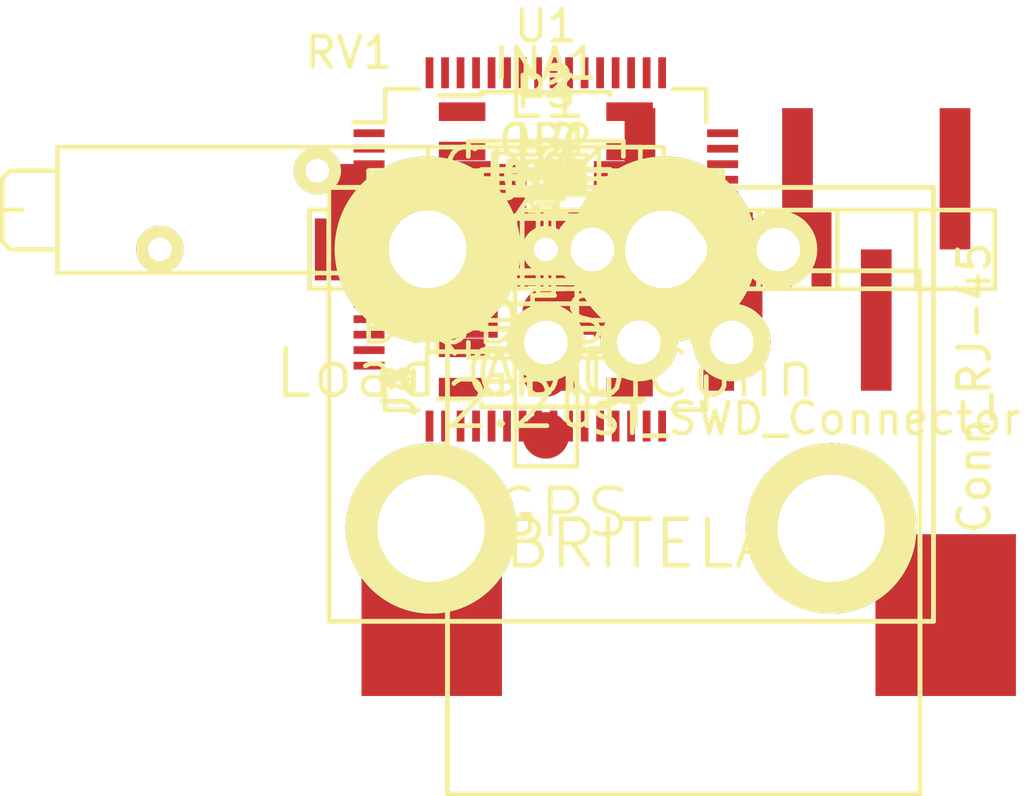
<source format=kicad_pcb>
(kicad_pcb (version 4) (host pcbnew "(2015-01-16 BZR 5376)-product")

  (general
    (links 178)
    (no_connects 82)
    (area 0 0 0 0)
    (thickness 1.6)
    (drawings 0)
    (tracks 0)
    (zones 0)
    (modules 64)
    (nets 106)
  )

  (page A4)
  (layers
    (0 F.Cu signal)
    (31 B.Cu signal)
    (32 B.Adhes user)
    (33 F.Adhes user)
    (34 B.Paste user)
    (35 F.Paste user)
    (36 B.SilkS user)
    (37 F.SilkS user)
    (38 B.Mask user)
    (39 F.Mask user)
    (40 Dwgs.User user)
    (41 Cmts.User user)
    (42 Eco1.User user)
    (43 Eco2.User user)
    (44 Edge.Cuts user)
    (45 Margin user)
    (46 B.CrtYd user)
    (47 F.CrtYd user)
    (48 B.Fab user)
    (49 F.Fab user)
  )

  (setup
    (last_trace_width 0.254)
    (trace_clearance 0.254)
    (zone_clearance 0.508)
    (zone_45_only no)
    (trace_min 0.254)
    (segment_width 0.2)
    (edge_width 0.1)
    (via_size 0.889)
    (via_drill 0.635)
    (via_min_size 0.889)
    (via_min_drill 0.508)
    (uvia_size 0.508)
    (uvia_drill 0.127)
    (uvias_allowed no)
    (uvia_min_size 0.508)
    (uvia_min_drill 0.127)
    (pcb_text_width 0.3)
    (pcb_text_size 1.5 1.5)
    (mod_edge_width 0.15)
    (mod_text_size 1 1)
    (mod_text_width 0.15)
    (pad_size 1.5 1.5)
    (pad_drill 0.6)
    (pad_to_mask_clearance 0)
    (aux_axis_origin 0 0)
    (visible_elements FFFFFF7F)
    (pcbplotparams
      (layerselection 0x00030_80000001)
      (usegerberextensions false)
      (excludeedgelayer true)
      (linewidth 0.100000)
      (plotframeref false)
      (viasonmask false)
      (mode 1)
      (useauxorigin false)
      (hpglpennumber 1)
      (hpglpenspeed 20)
      (hpglpendiameter 15)
      (hpglpenoverlay 2)
      (psnegative false)
      (psa4output false)
      (plotreference true)
      (plotvalue true)
      (plotinvisibletext false)
      (padsonsilk false)
      (subtractmaskfromsilk false)
      (outputformat 1)
      (mirror false)
      (drillshape 1)
      (scaleselection 1)
      (outputdirectory ""))
  )

  (net 0 "")
  (net 1 GND)
  (net 2 /ADC1_IN4)
  (net 3 /ADC1_IN3)
  (net 4 /ADC1_IN5)
  (net 5 "Net-(BTA1-Pad1)")
  (net 6 "Net-(BTA1-Pad3)")
  (net 7 "Net-(BTA1-Pad4)")
  (net 8 /RS485OUT/Reg+5V)
  (net 9 "Net-(BTA1-Pad6)")
  (net 10 "Net-(BTA2-Pad1)")
  (net 11 "Net-(BTA2-Pad3)")
  (net 12 "Net-(BTA2-Pad4)")
  (net 13 "Net-(BTA2-Pad6)")
  (net 14 "Net-(C1-Pad2)")
  (net 15 "Net-(C2-Pad2)")
  (net 16 /OSC_IN)
  (net 17 "/Regulator +3v3/Reg+3v3")
  (net 18 /OSC_OUT)
  (net 19 /VDDA)
  (net 20 "Net-(C14-Pad1)")
  (net 21 "Net-(C14-Pad2)")
  (net 22 "Net-(C16-Pad1)")
  (net 23 "Net-(C17-Pad1)")
  (net 24 "Net-(C18-Pad1)")
  (net 25 +12V)
  (net 26 "Net-(C22-Pad1)")
  (net 27 "Net-(C22-Pad2)")
  (net 28 /ADC1_IN2)
  (net 29 /GPIO5)
  (net 30 /GPIO4)
  (net 31 /GPIO2)
  (net 32 /GPIO1)
  (net 33 /GPIO3)
  (net 34 "Net-(GPS1-Pad1)")
  (net 35 /GPS_TX)
  (net 36 "Net-(INA1-Pad1)")
  (net 37 "Net-(INA1-Pad6)")
  (net 38 "Net-(INA1-Pad7)")
  (net 39 "Net-(INA1-Pad8)")
  (net 40 "Net-(INA1-Pad9)")
  (net 41 "Net-(INA1-Pad10)")
  (net 42 "Net-(INA1-Pad13)")
  (net 43 "Net-(INA1-Pad14)")
  (net 44 "Net-(INA1-Pad16)")
  (net 45 "Net-(J1-Pad1)")
  (net 46 "Net-(J1-Pad2)")
  (net 47 /RS485OUT/485_B_OUT)
  (net 48 /RS485OUT/485_A_OUT)
  (net 49 /RS485OUT/Reg+3v3)
  (net 50 "Net-(J2-Pad1)")
  (net 51 "Net-(J2-Pad2)")
  (net 52 "Net-(J3-Pad1)")
  (net 53 "Net-(J3-Pad2)")
  (net 54 "Net-(J4-Pad1)")
  (net 55 "Net-(J4-Pad2)")
  (net 56 /RS485OUT/USART1_TX_OUT)
  (net 57 /RS485OUT/USART1_RX_OUT)
  (net 58 "Net-(OP1-Pad1)")
  (net 59 "Net-(OP1-Pad2)")
  (net 60 "Net-(OP1-Pad5)")
  (net 61 "/Vernier Sensors Module/ANA1")
  (net 62 "Net-(OP1-Pad8)")
  (net 63 "Net-(OP2-Pad1)")
  (net 64 "Net-(OP2-Pad2)")
  (net 65 "Net-(OP2-Pad5)")
  (net 66 "/Vernier Sensors Module/ANA2")
  (net 67 "Net-(OP2-Pad8)")
  (net 68 /SWDIO)
  (net 69 /NRST)
  (net 70 "Net-(P2-Pad6)")
  (net 71 /SWCLK)
  (net 72 "Net-(R1-Pad1)")
  (net 73 "Net-(R4-Pad2)")
  (net 74 "/Regulator +3v3/REG2EN")
  (net 75 "Net-(U1-Pad2)")
  (net 76 "Net-(U1-Pad3)")
  (net 77 "Net-(U1-Pad4)")
  (net 78 "Net-(U1-Pad8)")
  (net 79 "Net-(U1-Pad9)")
  (net 80 "Net-(U1-Pad10)")
  (net 81 "Net-(U1-Pad11)")
  (net 82 "Net-(U1-Pad22)")
  (net 83 "Net-(U1-Pad23)")
  (net 84 "Net-(U1-Pad24)")
  (net 85 "Net-(U1-Pad29)")
  (net 86 "Net-(U1-Pad33)")
  (net 87 "Net-(U1-Pad34)")
  (net 88 "Net-(U1-Pad35)")
  (net 89 "Net-(U1-Pad36)")
  (net 90 /GPS_RX)
  (net 91 "Net-(U1-Pad39)")
  (net 92 "Net-(U1-Pad40)")
  (net 93 "Net-(U1-Pad41)")
  (net 94 "Net-(U1-Pad44)")
  (net 95 "Net-(U1-Pad45)")
  (net 96 "Net-(U1-Pad50)")
  (net 97 "Net-(U1-Pad51)")
  (net 98 "Net-(U1-Pad52)")
  (net 99 "Net-(U1-Pad53)")
  (net 100 "Net-(U1-Pad54)")
  (net 101 "Net-(U1-Pad57)")
  (net 102 "Net-(U1-Pad58)")
  (net 103 "Net-(U1-Pad59)")
  (net 104 "Net-(U1-Pad61)")
  (net 105 "Net-(U1-Pad62)")

  (net_class Default "This is the default net class."
    (clearance 0.254)
    (trace_width 0.254)
    (via_dia 0.889)
    (via_drill 0.635)
    (uvia_dia 0.508)
    (uvia_drill 0.127)
    (add_net +12V)
    (add_net /ADC1_IN2)
    (add_net /ADC1_IN3)
    (add_net /ADC1_IN4)
    (add_net /ADC1_IN5)
    (add_net /GPIO1)
    (add_net /GPIO2)
    (add_net /GPIO3)
    (add_net /GPIO4)
    (add_net /GPIO5)
    (add_net /GPS_RX)
    (add_net /GPS_TX)
    (add_net /NRST)
    (add_net /OSC_IN)
    (add_net /OSC_OUT)
    (add_net /RS485OUT/485_A_OUT)
    (add_net /RS485OUT/485_B_OUT)
    (add_net /RS485OUT/Reg+3v3)
    (add_net /RS485OUT/Reg+5V)
    (add_net /RS485OUT/USART1_RX_OUT)
    (add_net /RS485OUT/USART1_TX_OUT)
    (add_net "/Regulator +3v3/REG2EN")
    (add_net "/Regulator +3v3/Reg+3v3")
    (add_net /SWCLK)
    (add_net /SWDIO)
    (add_net /VDDA)
    (add_net "/Vernier Sensors Module/ANA1")
    (add_net "/Vernier Sensors Module/ANA2")
    (add_net GND)
    (add_net "Net-(BTA1-Pad1)")
    (add_net "Net-(BTA1-Pad3)")
    (add_net "Net-(BTA1-Pad4)")
    (add_net "Net-(BTA1-Pad6)")
    (add_net "Net-(BTA2-Pad1)")
    (add_net "Net-(BTA2-Pad3)")
    (add_net "Net-(BTA2-Pad4)")
    (add_net "Net-(BTA2-Pad6)")
    (add_net "Net-(C1-Pad2)")
    (add_net "Net-(C14-Pad1)")
    (add_net "Net-(C14-Pad2)")
    (add_net "Net-(C16-Pad1)")
    (add_net "Net-(C17-Pad1)")
    (add_net "Net-(C18-Pad1)")
    (add_net "Net-(C2-Pad2)")
    (add_net "Net-(C22-Pad1)")
    (add_net "Net-(C22-Pad2)")
    (add_net "Net-(GPS1-Pad1)")
    (add_net "Net-(INA1-Pad1)")
    (add_net "Net-(INA1-Pad10)")
    (add_net "Net-(INA1-Pad13)")
    (add_net "Net-(INA1-Pad14)")
    (add_net "Net-(INA1-Pad16)")
    (add_net "Net-(INA1-Pad6)")
    (add_net "Net-(INA1-Pad7)")
    (add_net "Net-(INA1-Pad8)")
    (add_net "Net-(INA1-Pad9)")
    (add_net "Net-(J1-Pad1)")
    (add_net "Net-(J1-Pad2)")
    (add_net "Net-(J2-Pad1)")
    (add_net "Net-(J2-Pad2)")
    (add_net "Net-(J3-Pad1)")
    (add_net "Net-(J3-Pad2)")
    (add_net "Net-(J4-Pad1)")
    (add_net "Net-(J4-Pad2)")
    (add_net "Net-(OP1-Pad1)")
    (add_net "Net-(OP1-Pad2)")
    (add_net "Net-(OP1-Pad5)")
    (add_net "Net-(OP1-Pad8)")
    (add_net "Net-(OP2-Pad1)")
    (add_net "Net-(OP2-Pad2)")
    (add_net "Net-(OP2-Pad5)")
    (add_net "Net-(OP2-Pad8)")
    (add_net "Net-(P2-Pad6)")
    (add_net "Net-(R1-Pad1)")
    (add_net "Net-(R4-Pad2)")
    (add_net "Net-(U1-Pad10)")
    (add_net "Net-(U1-Pad11)")
    (add_net "Net-(U1-Pad2)")
    (add_net "Net-(U1-Pad22)")
    (add_net "Net-(U1-Pad23)")
    (add_net "Net-(U1-Pad24)")
    (add_net "Net-(U1-Pad29)")
    (add_net "Net-(U1-Pad3)")
    (add_net "Net-(U1-Pad33)")
    (add_net "Net-(U1-Pad34)")
    (add_net "Net-(U1-Pad35)")
    (add_net "Net-(U1-Pad36)")
    (add_net "Net-(U1-Pad39)")
    (add_net "Net-(U1-Pad4)")
    (add_net "Net-(U1-Pad40)")
    (add_net "Net-(U1-Pad41)")
    (add_net "Net-(U1-Pad44)")
    (add_net "Net-(U1-Pad45)")
    (add_net "Net-(U1-Pad50)")
    (add_net "Net-(U1-Pad51)")
    (add_net "Net-(U1-Pad52)")
    (add_net "Net-(U1-Pad53)")
    (add_net "Net-(U1-Pad54)")
    (add_net "Net-(U1-Pad57)")
    (add_net "Net-(U1-Pad58)")
    (add_net "Net-(U1-Pad59)")
    (add_net "Net-(U1-Pad61)")
    (add_net "Net-(U1-Pad62)")
    (add_net "Net-(U1-Pad8)")
    (add_net "Net-(U1-Pad9)")
  )

  (module MAVRIC:1x4_SMD_header (layer F.Cu) (tedit 5545074B) (tstamp 55453E2D)
    (at 148.5011 105.0036)
    (path /55459437)
    (fp_text reference ADC1 (at 0 -4) (layer F.SilkS) hide
      (effects (font (size 1.5 1.5) (thickness 0.15)))
    )
    (fp_text value ADC (at 0 4) (layer F.SilkS)
      (effects (font (size 1.5 1.5) (thickness 0.15)))
    )
    (fp_line (start 1.143 -0.127) (end 1.27 -0.127) (layer F.SilkS) (width 0.15))
    (fp_line (start 1.397 -0.127) (end 1.143 -0.127) (layer F.SilkS) (width 0.15))
    (fp_line (start 1.397 0.127) (end 1.397 -0.127) (layer F.SilkS) (width 0.15))
    (fp_line (start 1.143 0.127) (end 1.397 0.127) (layer F.SilkS) (width 0.15))
    (fp_line (start 1.143 -0.127) (end 1.143 0.127) (layer F.SilkS) (width 0.15))
    (fp_line (start 0 1.27) (end 0 -1.27) (layer F.SilkS) (width 0.15))
    (fp_line (start 2.54 1.27) (end 2.032 1.27) (layer F.SilkS) (width 0.15))
    (fp_line (start 2.54 -1.27) (end 2.54 1.27) (layer F.SilkS) (width 0.15))
    (fp_line (start 0 -1.27) (end 2.54 -1.27) (layer F.SilkS) (width 0.15))
    (fp_line (start 0 1.27) (end 0.508 1.27) (layer F.SilkS) (width 0.15))
    (fp_line (start -0.508 -1.27) (end 0 -1.27) (layer F.SilkS) (width 0.15))
    (fp_line (start 0 -1.27) (end 0 1.27) (layer F.SilkS) (width 0.15))
    (fp_line (start 0 1.27) (end -2.54 1.27) (layer F.SilkS) (width 0.15))
    (fp_line (start -2.54 -1.27) (end -2.032 -1.27) (layer F.SilkS) (width 0.15))
    (fp_line (start -5.08 1.27) (end -4.572 1.27) (layer F.SilkS) (width 0.15))
    (fp_line (start -5.08 -1.27) (end -2.54 -1.27) (layer F.SilkS) (width 0.15))
    (fp_line (start -2.54 -1.27) (end -2.54 1.27) (layer F.SilkS) (width 0.15))
    (fp_line (start -2.54 1.27) (end -3.048 1.27) (layer F.SilkS) (width 0.15))
    (fp_line (start -7.62 -1.27) (end -7.62 1.27) (layer F.SilkS) (width 0.15))
    (fp_line (start -7.62 1.27) (end -5.08 1.27) (layer F.SilkS) (width 0.15))
    (fp_line (start -5.08 1.27) (end -5.08 -1.27) (layer F.SilkS) (width 0.15))
    (fp_line (start -5.08 -1.27) (end -5.588 -1.27) (layer F.SilkS) (width 0.15))
    (fp_line (start -7.62 -1.27) (end -7.112 -1.27) (layer F.SilkS) (width 0.15))
    (fp_line (start -1.397 -0.127) (end -1.397 0.127) (layer F.SilkS) (width 0.15))
    (fp_line (start -1.397 0.127) (end -1.143 0.127) (layer F.SilkS) (width 0.15))
    (fp_line (start -1.143 0.127) (end -1.143 -0.127) (layer F.SilkS) (width 0.15))
    (fp_line (start -1.143 -0.127) (end -1.397 -0.127) (layer F.SilkS) (width 0.15))
    (fp_line (start -3.937 -0.127) (end -3.937 0.127) (layer F.SilkS) (width 0.15))
    (fp_line (start -3.937 0.127) (end -3.683 0.127) (layer F.SilkS) (width 0.15))
    (fp_line (start -3.683 0.127) (end -3.683 -0.127) (layer F.SilkS) (width 0.15))
    (fp_line (start -3.683 -0.127) (end -3.937 -0.127) (layer F.SilkS) (width 0.15))
    (fp_line (start -3.937 -0.127) (end -3.81 -0.127) (layer F.SilkS) (width 0.15))
    (fp_line (start -6.477 -0.127) (end -6.477 0.127) (layer F.SilkS) (width 0.15))
    (fp_line (start -6.477 0.127) (end -6.223 0.127) (layer F.SilkS) (width 0.15))
    (fp_line (start -6.223 0.127) (end -6.223 -0.127) (layer F.SilkS) (width 0.15))
    (fp_line (start -6.223 -0.127) (end -6.477 -0.127) (layer F.SilkS) (width 0.15))
    (pad 4 smd rect (at 1.27 1.65) (size 1.27 2.2) (layers F.Cu F.Paste F.Mask)
      (net 1 GND))
    (pad 2 smd rect (at -3.81 1.65) (size 1.27 2.2) (layers F.Cu F.Paste F.Mask)
      (net 2 /ADC1_IN4))
    (pad 1 smd rect (at -6.35 -1.65) (size 1.27 2.2) (layers F.Cu F.Paste F.Mask)
      (net 3 /ADC1_IN3))
    (pad 3 smd rect (at -1.27 -1.65) (size 1.27 2.2) (layers F.Cu F.Paste F.Mask)
      (net 4 /ADC1_IN5))
  )

  (module MAVRIC:BTA (layer F.Cu) (tedit 554505DC) (tstamp 55453E3E)
    (at 148.5011 105.0036)
    (path /551DB2D0/551DBC36)
    (fp_text reference BTA1 (at -4 0 180) (layer F.SilkS)
      (effects (font (size 1.5 1.5) (thickness 0.15)))
    )
    (fp_text value BRITELA (at 3 9.5) (layer F.SilkS)
      (effects (font (size 1.5 1.5) (thickness 0.15)))
    )
    (fp_line (start 12.5 -1.5) (end 12.5 -2) (layer F.SilkS) (width 0.15))
    (fp_line (start 12.5 -2) (end -7 -2) (layer F.SilkS) (width 0.15))
    (fp_line (start -7 -2) (end -7 12) (layer F.SilkS) (width 0.15))
    (fp_line (start -7 12) (end 12.5 12) (layer F.SilkS) (width 0.15))
    (fp_line (start 12.5 12) (end 12.5 -1.5) (layer F.SilkS) (width 0.15))
    (pad 1 thru_hole circle (at 0 3) (size 2.5 2.5) (drill 1.4) (layers *.Cu *.Mask F.SilkS)
      (net 5 "Net-(BTA1-Pad1)"))
    (pad 2 thru_hole circle (at 1.5 0) (size 2.5 2.5) (drill 1.4) (layers *.Cu *.Mask F.SilkS)
      (net 1 GND))
    (pad 3 thru_hole circle (at 3 3) (size 2.5 2.5) (drill 1.4) (layers *.Cu *.Mask F.SilkS)
      (net 6 "Net-(BTA1-Pad3)"))
    (pad 4 thru_hole circle (at 4.5 0) (size 2.5 2.5) (drill 1.4) (layers *.Cu *.Mask F.SilkS)
      (net 7 "Net-(BTA1-Pad4)"))
    (pad 5 thru_hole circle (at 6 3) (size 2.5 2.5) (drill 1.4) (layers *.Cu *.Mask F.SilkS)
      (net 8 /RS485OUT/Reg+5V))
    (pad 6 thru_hole circle (at 7.5 0) (size 2.5 2.5) (drill 1.4) (layers *.Cu *.Mask F.SilkS)
      (net 9 "Net-(BTA1-Pad6)"))
    (pad 7 thru_hole circle (at 9.2 9) (size 5.5 5.5) (drill 3.45) (layers *.Cu *.Mask F.SilkS))
    (pad 8 thru_hole circle (at -3.7 9) (size 5.5 5.5) (drill 3.45) (layers *.Cu *.Mask F.SilkS))
  )

  (module MAVRIC:BTA (layer F.Cu) (tedit 554505DC) (tstamp 55453E4F)
    (at 148.5011 105.0036)
    (path /551DB2D0/551DBC5F)
    (fp_text reference BTA2 (at -4 0 180) (layer F.SilkS)
      (effects (font (size 1.5 1.5) (thickness 0.15)))
    )
    (fp_text value BRITELA (at 3 9.5) (layer F.SilkS)
      (effects (font (size 1.5 1.5) (thickness 0.15)))
    )
    (fp_line (start 12.5 -1.5) (end 12.5 -2) (layer F.SilkS) (width 0.15))
    (fp_line (start 12.5 -2) (end -7 -2) (layer F.SilkS) (width 0.15))
    (fp_line (start -7 -2) (end -7 12) (layer F.SilkS) (width 0.15))
    (fp_line (start -7 12) (end 12.5 12) (layer F.SilkS) (width 0.15))
    (fp_line (start 12.5 12) (end 12.5 -1.5) (layer F.SilkS) (width 0.15))
    (pad 1 thru_hole circle (at 0 3) (size 2.5 2.5) (drill 1.4) (layers *.Cu *.Mask F.SilkS)
      (net 10 "Net-(BTA2-Pad1)"))
    (pad 2 thru_hole circle (at 1.5 0) (size 2.5 2.5) (drill 1.4) (layers *.Cu *.Mask F.SilkS)
      (net 1 GND))
    (pad 3 thru_hole circle (at 3 3) (size 2.5 2.5) (drill 1.4) (layers *.Cu *.Mask F.SilkS)
      (net 11 "Net-(BTA2-Pad3)"))
    (pad 4 thru_hole circle (at 4.5 0) (size 2.5 2.5) (drill 1.4) (layers *.Cu *.Mask F.SilkS)
      (net 12 "Net-(BTA2-Pad4)"))
    (pad 5 thru_hole circle (at 6 3) (size 2.5 2.5) (drill 1.4) (layers *.Cu *.Mask F.SilkS)
      (net 8 /RS485OUT/Reg+5V))
    (pad 6 thru_hole circle (at 7.5 0) (size 2.5 2.5) (drill 1.4) (layers *.Cu *.Mask F.SilkS)
      (net 13 "Net-(BTA2-Pad6)"))
    (pad 7 thru_hole circle (at 9.2 9) (size 5.5 5.5) (drill 3.45) (layers *.Cu *.Mask F.SilkS))
    (pad 8 thru_hole circle (at -3.7 9) (size 5.5 5.5) (drill 3.45) (layers *.Cu *.Mask F.SilkS))
  )

  (module Capacitors_SMD:C_1206_HandSoldering (layer F.Cu) (tedit 541A9C03) (tstamp 55453E55)
    (at 148.5011 105.0036)
    (descr "Capacitor SMD 1206, hand soldering")
    (tags "capacitor 1206")
    (path /553A6EEE)
    (attr smd)
    (fp_text reference C1 (at 0 -2.3) (layer F.SilkS)
      (effects (font (size 1 1) (thickness 0.15)))
    )
    (fp_text value .1uF (at 0 2.3) (layer F.Fab)
      (effects (font (size 1 1) (thickness 0.15)))
    )
    (fp_line (start -3.3 -1.15) (end 3.3 -1.15) (layer F.CrtYd) (width 0.05))
    (fp_line (start -3.3 1.15) (end 3.3 1.15) (layer F.CrtYd) (width 0.05))
    (fp_line (start -3.3 -1.15) (end -3.3 1.15) (layer F.CrtYd) (width 0.05))
    (fp_line (start 3.3 -1.15) (end 3.3 1.15) (layer F.CrtYd) (width 0.05))
    (fp_line (start 1 -1.025) (end -1 -1.025) (layer F.SilkS) (width 0.15))
    (fp_line (start -1 1.025) (end 1 1.025) (layer F.SilkS) (width 0.15))
    (pad 1 smd rect (at -2 0) (size 2 1.6) (layers F.Cu F.Paste F.Mask)
      (net 1 GND))
    (pad 2 smd rect (at 2 0) (size 2 1.6) (layers F.Cu F.Paste F.Mask)
      (net 14 "Net-(C1-Pad2)"))
    (model Capacitors_SMD.3dshapes/C_1206_HandSoldering.wrl
      (at (xyz 0 0 0))
      (scale (xyz 1 1 1))
      (rotate (xyz 0 0 0))
    )
  )

  (module Capacitors_SMD:C_1206_HandSoldering (layer F.Cu) (tedit 541A9C03) (tstamp 55453E5B)
    (at 148.5011 105.0036)
    (descr "Capacitor SMD 1206, hand soldering")
    (tags "capacitor 1206")
    (path /54E8FFCC)
    (attr smd)
    (fp_text reference C2 (at 0 -2.3) (layer F.SilkS)
      (effects (font (size 1 1) (thickness 0.15)))
    )
    (fp_text value 4.7uF (at 0 2.3) (layer F.Fab)
      (effects (font (size 1 1) (thickness 0.15)))
    )
    (fp_line (start -3.3 -1.15) (end 3.3 -1.15) (layer F.CrtYd) (width 0.05))
    (fp_line (start -3.3 1.15) (end 3.3 1.15) (layer F.CrtYd) (width 0.05))
    (fp_line (start -3.3 -1.15) (end -3.3 1.15) (layer F.CrtYd) (width 0.05))
    (fp_line (start 3.3 -1.15) (end 3.3 1.15) (layer F.CrtYd) (width 0.05))
    (fp_line (start 1 -1.025) (end -1 -1.025) (layer F.SilkS) (width 0.15))
    (fp_line (start -1 1.025) (end 1 1.025) (layer F.SilkS) (width 0.15))
    (pad 1 smd rect (at -2 0) (size 2 1.6) (layers F.Cu F.Paste F.Mask)
      (net 1 GND))
    (pad 2 smd rect (at 2 0) (size 2 1.6) (layers F.Cu F.Paste F.Mask)
      (net 15 "Net-(C2-Pad2)"))
    (model Capacitors_SMD.3dshapes/C_1206_HandSoldering.wrl
      (at (xyz 0 0 0))
      (scale (xyz 1 1 1))
      (rotate (xyz 0 0 0))
    )
  )

  (module Capacitors_SMD:C_1206_HandSoldering (layer F.Cu) (tedit 541A9C03) (tstamp 55453E61)
    (at 148.5011 105.0036)
    (descr "Capacitor SMD 1206, hand soldering")
    (tags "capacitor 1206")
    (path /54E90815)
    (attr smd)
    (fp_text reference C3 (at 0 -2.3) (layer F.SilkS)
      (effects (font (size 1 1) (thickness 0.15)))
    )
    (fp_text value 15pF (at 0 2.3) (layer F.Fab)
      (effects (font (size 1 1) (thickness 0.15)))
    )
    (fp_line (start -3.3 -1.15) (end 3.3 -1.15) (layer F.CrtYd) (width 0.05))
    (fp_line (start -3.3 1.15) (end 3.3 1.15) (layer F.CrtYd) (width 0.05))
    (fp_line (start -3.3 -1.15) (end -3.3 1.15) (layer F.CrtYd) (width 0.05))
    (fp_line (start 3.3 -1.15) (end 3.3 1.15) (layer F.CrtYd) (width 0.05))
    (fp_line (start 1 -1.025) (end -1 -1.025) (layer F.SilkS) (width 0.15))
    (fp_line (start -1 1.025) (end 1 1.025) (layer F.SilkS) (width 0.15))
    (pad 1 smd rect (at -2 0) (size 2 1.6) (layers F.Cu F.Paste F.Mask)
      (net 1 GND))
    (pad 2 smd rect (at 2 0) (size 2 1.6) (layers F.Cu F.Paste F.Mask)
      (net 16 /OSC_IN))
    (model Capacitors_SMD.3dshapes/C_1206_HandSoldering.wrl
      (at (xyz 0 0 0))
      (scale (xyz 1 1 1))
      (rotate (xyz 0 0 0))
    )
  )

  (module Capacitors_SMD:C_1206_HandSoldering (layer F.Cu) (tedit 541A9C03) (tstamp 55453E67)
    (at 148.5011 105.0036)
    (descr "Capacitor SMD 1206, hand soldering")
    (tags "capacitor 1206")
    (path /54E8BE59)
    (attr smd)
    (fp_text reference C4 (at 0 -2.3) (layer F.SilkS)
      (effects (font (size 1 1) (thickness 0.15)))
    )
    (fp_text value .1uF (at 0 2.3) (layer F.Fab)
      (effects (font (size 1 1) (thickness 0.15)))
    )
    (fp_line (start -3.3 -1.15) (end 3.3 -1.15) (layer F.CrtYd) (width 0.05))
    (fp_line (start -3.3 1.15) (end 3.3 1.15) (layer F.CrtYd) (width 0.05))
    (fp_line (start -3.3 -1.15) (end -3.3 1.15) (layer F.CrtYd) (width 0.05))
    (fp_line (start 3.3 -1.15) (end 3.3 1.15) (layer F.CrtYd) (width 0.05))
    (fp_line (start 1 -1.025) (end -1 -1.025) (layer F.SilkS) (width 0.15))
    (fp_line (start -1 1.025) (end 1 1.025) (layer F.SilkS) (width 0.15))
    (pad 1 smd rect (at -2 0) (size 2 1.6) (layers F.Cu F.Paste F.Mask)
      (net 1 GND))
    (pad 2 smd rect (at 2 0) (size 2 1.6) (layers F.Cu F.Paste F.Mask)
      (net 17 "/Regulator +3v3/Reg+3v3"))
    (model Capacitors_SMD.3dshapes/C_1206_HandSoldering.wrl
      (at (xyz 0 0 0))
      (scale (xyz 1 1 1))
      (rotate (xyz 0 0 0))
    )
  )

  (module Capacitors_SMD:C_1206_HandSoldering (layer F.Cu) (tedit 541A9C03) (tstamp 55453E6D)
    (at 148.5011 105.0036)
    (descr "Capacitor SMD 1206, hand soldering")
    (tags "capacitor 1206")
    (path /5535697F)
    (attr smd)
    (fp_text reference C5 (at 0 -2.3) (layer F.SilkS)
      (effects (font (size 1 1) (thickness 0.15)))
    )
    (fp_text value .1uF (at 0 2.3) (layer F.Fab)
      (effects (font (size 1 1) (thickness 0.15)))
    )
    (fp_line (start -3.3 -1.15) (end 3.3 -1.15) (layer F.CrtYd) (width 0.05))
    (fp_line (start -3.3 1.15) (end 3.3 1.15) (layer F.CrtYd) (width 0.05))
    (fp_line (start -3.3 -1.15) (end -3.3 1.15) (layer F.CrtYd) (width 0.05))
    (fp_line (start 3.3 -1.15) (end 3.3 1.15) (layer F.CrtYd) (width 0.05))
    (fp_line (start 1 -1.025) (end -1 -1.025) (layer F.SilkS) (width 0.15))
    (fp_line (start -1 1.025) (end 1 1.025) (layer F.SilkS) (width 0.15))
    (pad 1 smd rect (at -2 0) (size 2 1.6) (layers F.Cu F.Paste F.Mask)
      (net 1 GND))
    (pad 2 smd rect (at 2 0) (size 2 1.6) (layers F.Cu F.Paste F.Mask)
      (net 17 "/Regulator +3v3/Reg+3v3"))
    (model Capacitors_SMD.3dshapes/C_1206_HandSoldering.wrl
      (at (xyz 0 0 0))
      (scale (xyz 1 1 1))
      (rotate (xyz 0 0 0))
    )
  )

  (module Capacitors_SMD:C_1206_HandSoldering (layer F.Cu) (tedit 541A9C03) (tstamp 55453E73)
    (at 148.5011 105.0036)
    (descr "Capacitor SMD 1206, hand soldering")
    (tags "capacitor 1206")
    (path /553569F5)
    (attr smd)
    (fp_text reference C6 (at 0 -2.3) (layer F.SilkS)
      (effects (font (size 1 1) (thickness 0.15)))
    )
    (fp_text value .1uF (at 0 2.3) (layer F.Fab)
      (effects (font (size 1 1) (thickness 0.15)))
    )
    (fp_line (start -3.3 -1.15) (end 3.3 -1.15) (layer F.CrtYd) (width 0.05))
    (fp_line (start -3.3 1.15) (end 3.3 1.15) (layer F.CrtYd) (width 0.05))
    (fp_line (start -3.3 -1.15) (end -3.3 1.15) (layer F.CrtYd) (width 0.05))
    (fp_line (start 3.3 -1.15) (end 3.3 1.15) (layer F.CrtYd) (width 0.05))
    (fp_line (start 1 -1.025) (end -1 -1.025) (layer F.SilkS) (width 0.15))
    (fp_line (start -1 1.025) (end 1 1.025) (layer F.SilkS) (width 0.15))
    (pad 1 smd rect (at -2 0) (size 2 1.6) (layers F.Cu F.Paste F.Mask)
      (net 1 GND))
    (pad 2 smd rect (at 2 0) (size 2 1.6) (layers F.Cu F.Paste F.Mask)
      (net 17 "/Regulator +3v3/Reg+3v3"))
    (model Capacitors_SMD.3dshapes/C_1206_HandSoldering.wrl
      (at (xyz 0 0 0))
      (scale (xyz 1 1 1))
      (rotate (xyz 0 0 0))
    )
  )

  (module Capacitors_SMD:C_1206_HandSoldering (layer F.Cu) (tedit 541A9C03) (tstamp 55453E79)
    (at 148.5011 105.0036)
    (descr "Capacitor SMD 1206, hand soldering")
    (tags "capacitor 1206")
    (path /54E9089F)
    (attr smd)
    (fp_text reference C7 (at 0 -2.3) (layer F.SilkS)
      (effects (font (size 1 1) (thickness 0.15)))
    )
    (fp_text value 15pF (at 0 2.3) (layer F.Fab)
      (effects (font (size 1 1) (thickness 0.15)))
    )
    (fp_line (start -3.3 -1.15) (end 3.3 -1.15) (layer F.CrtYd) (width 0.05))
    (fp_line (start -3.3 1.15) (end 3.3 1.15) (layer F.CrtYd) (width 0.05))
    (fp_line (start -3.3 -1.15) (end -3.3 1.15) (layer F.CrtYd) (width 0.05))
    (fp_line (start 3.3 -1.15) (end 3.3 1.15) (layer F.CrtYd) (width 0.05))
    (fp_line (start 1 -1.025) (end -1 -1.025) (layer F.SilkS) (width 0.15))
    (fp_line (start -1 1.025) (end 1 1.025) (layer F.SilkS) (width 0.15))
    (pad 1 smd rect (at -2 0) (size 2 1.6) (layers F.Cu F.Paste F.Mask)
      (net 1 GND))
    (pad 2 smd rect (at 2 0) (size 2 1.6) (layers F.Cu F.Paste F.Mask)
      (net 18 /OSC_OUT))
    (model Capacitors_SMD.3dshapes/C_1206_HandSoldering.wrl
      (at (xyz 0 0 0))
      (scale (xyz 1 1 1))
      (rotate (xyz 0 0 0))
    )
  )

  (module Capacitors_SMD:C_1206_HandSoldering (layer F.Cu) (tedit 541A9C03) (tstamp 55453E7F)
    (at 148.5011 105.0036)
    (descr "Capacitor SMD 1206, hand soldering")
    (tags "capacitor 1206")
    (path /54E8BD76)
    (attr smd)
    (fp_text reference C8 (at 0 -2.3) (layer F.SilkS)
      (effects (font (size 1 1) (thickness 0.15)))
    )
    (fp_text value 4.7uF (at 0 2.3) (layer F.Fab)
      (effects (font (size 1 1) (thickness 0.15)))
    )
    (fp_line (start -3.3 -1.15) (end 3.3 -1.15) (layer F.CrtYd) (width 0.05))
    (fp_line (start -3.3 1.15) (end 3.3 1.15) (layer F.CrtYd) (width 0.05))
    (fp_line (start -3.3 -1.15) (end -3.3 1.15) (layer F.CrtYd) (width 0.05))
    (fp_line (start 3.3 -1.15) (end 3.3 1.15) (layer F.CrtYd) (width 0.05))
    (fp_line (start 1 -1.025) (end -1 -1.025) (layer F.SilkS) (width 0.15))
    (fp_line (start -1 1.025) (end 1 1.025) (layer F.SilkS) (width 0.15))
    (pad 1 smd rect (at -2 0) (size 2 1.6) (layers F.Cu F.Paste F.Mask)
      (net 1 GND))
    (pad 2 smd rect (at 2 0) (size 2 1.6) (layers F.Cu F.Paste F.Mask)
      (net 17 "/Regulator +3v3/Reg+3v3"))
    (model Capacitors_SMD.3dshapes/C_1206_HandSoldering.wrl
      (at (xyz 0 0 0))
      (scale (xyz 1 1 1))
      (rotate (xyz 0 0 0))
    )
  )

  (module Capacitors_SMD:C_1206_HandSoldering (layer F.Cu) (tedit 541A9C03) (tstamp 55453E85)
    (at 148.5011 105.0036)
    (descr "Capacitor SMD 1206, hand soldering")
    (tags "capacitor 1206")
    (path /55356B90)
    (attr smd)
    (fp_text reference C9 (at 0 -2.3) (layer F.SilkS)
      (effects (font (size 1 1) (thickness 0.15)))
    )
    (fp_text value .1uF (at 0 2.3) (layer F.Fab)
      (effects (font (size 1 1) (thickness 0.15)))
    )
    (fp_line (start -3.3 -1.15) (end 3.3 -1.15) (layer F.CrtYd) (width 0.05))
    (fp_line (start -3.3 1.15) (end 3.3 1.15) (layer F.CrtYd) (width 0.05))
    (fp_line (start -3.3 -1.15) (end -3.3 1.15) (layer F.CrtYd) (width 0.05))
    (fp_line (start 3.3 -1.15) (end 3.3 1.15) (layer F.CrtYd) (width 0.05))
    (fp_line (start 1 -1.025) (end -1 -1.025) (layer F.SilkS) (width 0.15))
    (fp_line (start -1 1.025) (end 1 1.025) (layer F.SilkS) (width 0.15))
    (pad 1 smd rect (at -2 0) (size 2 1.6) (layers F.Cu F.Paste F.Mask)
      (net 1 GND))
    (pad 2 smd rect (at 2 0) (size 2 1.6) (layers F.Cu F.Paste F.Mask)
      (net 17 "/Regulator +3v3/Reg+3v3"))
    (model Capacitors_SMD.3dshapes/C_1206_HandSoldering.wrl
      (at (xyz 0 0 0))
      (scale (xyz 1 1 1))
      (rotate (xyz 0 0 0))
    )
  )

  (module Capacitors_SMD:C_1206_HandSoldering (layer F.Cu) (tedit 541A9C03) (tstamp 55453E8B)
    (at 148.5011 105.0036)
    (descr "Capacitor SMD 1206, hand soldering")
    (tags "capacitor 1206")
    (path /55356BDB)
    (attr smd)
    (fp_text reference C10 (at 0 -2.3) (layer F.SilkS)
      (effects (font (size 1 1) (thickness 0.15)))
    )
    (fp_text value .1uF (at 0 2.3) (layer F.Fab)
      (effects (font (size 1 1) (thickness 0.15)))
    )
    (fp_line (start -3.3 -1.15) (end 3.3 -1.15) (layer F.CrtYd) (width 0.05))
    (fp_line (start -3.3 1.15) (end 3.3 1.15) (layer F.CrtYd) (width 0.05))
    (fp_line (start -3.3 -1.15) (end -3.3 1.15) (layer F.CrtYd) (width 0.05))
    (fp_line (start 3.3 -1.15) (end 3.3 1.15) (layer F.CrtYd) (width 0.05))
    (fp_line (start 1 -1.025) (end -1 -1.025) (layer F.SilkS) (width 0.15))
    (fp_line (start -1 1.025) (end 1 1.025) (layer F.SilkS) (width 0.15))
    (pad 1 smd rect (at -2 0) (size 2 1.6) (layers F.Cu F.Paste F.Mask)
      (net 1 GND))
    (pad 2 smd rect (at 2 0) (size 2 1.6) (layers F.Cu F.Paste F.Mask)
      (net 17 "/Regulator +3v3/Reg+3v3"))
    (model Capacitors_SMD.3dshapes/C_1206_HandSoldering.wrl
      (at (xyz 0 0 0))
      (scale (xyz 1 1 1))
      (rotate (xyz 0 0 0))
    )
  )

  (module Capacitors_SMD:C_1206_HandSoldering (layer F.Cu) (tedit 541A9C03) (tstamp 55453E91)
    (at 148.5011 105.0036)
    (descr "Capacitor SMD 1206, hand soldering")
    (tags "capacitor 1206")
    (path /55356C15)
    (attr smd)
    (fp_text reference C11 (at 0 -2.3) (layer F.SilkS)
      (effects (font (size 1 1) (thickness 0.15)))
    )
    (fp_text value .1uF (at 0 2.3) (layer F.Fab)
      (effects (font (size 1 1) (thickness 0.15)))
    )
    (fp_line (start -3.3 -1.15) (end 3.3 -1.15) (layer F.CrtYd) (width 0.05))
    (fp_line (start -3.3 1.15) (end 3.3 1.15) (layer F.CrtYd) (width 0.05))
    (fp_line (start -3.3 -1.15) (end -3.3 1.15) (layer F.CrtYd) (width 0.05))
    (fp_line (start 3.3 -1.15) (end 3.3 1.15) (layer F.CrtYd) (width 0.05))
    (fp_line (start 1 -1.025) (end -1 -1.025) (layer F.SilkS) (width 0.15))
    (fp_line (start -1 1.025) (end 1 1.025) (layer F.SilkS) (width 0.15))
    (pad 1 smd rect (at -2 0) (size 2 1.6) (layers F.Cu F.Paste F.Mask)
      (net 1 GND))
    (pad 2 smd rect (at 2 0) (size 2 1.6) (layers F.Cu F.Paste F.Mask)
      (net 17 "/Regulator +3v3/Reg+3v3"))
    (model Capacitors_SMD.3dshapes/C_1206_HandSoldering.wrl
      (at (xyz 0 0 0))
      (scale (xyz 1 1 1))
      (rotate (xyz 0 0 0))
    )
  )

  (module Capacitors_SMD:C_1206_HandSoldering (layer F.Cu) (tedit 541A9C03) (tstamp 55453E97)
    (at 148.5011 105.0036)
    (descr "Capacitor SMD 1206, hand soldering")
    (tags "capacitor 1206")
    (path /55356C50)
    (attr smd)
    (fp_text reference C12 (at 0 -2.3) (layer F.SilkS)
      (effects (font (size 1 1) (thickness 0.15)))
    )
    (fp_text value .1uF (at 0 2.3) (layer F.Fab)
      (effects (font (size 1 1) (thickness 0.15)))
    )
    (fp_line (start -3.3 -1.15) (end 3.3 -1.15) (layer F.CrtYd) (width 0.05))
    (fp_line (start -3.3 1.15) (end 3.3 1.15) (layer F.CrtYd) (width 0.05))
    (fp_line (start -3.3 -1.15) (end -3.3 1.15) (layer F.CrtYd) (width 0.05))
    (fp_line (start 3.3 -1.15) (end 3.3 1.15) (layer F.CrtYd) (width 0.05))
    (fp_line (start 1 -1.025) (end -1 -1.025) (layer F.SilkS) (width 0.15))
    (fp_line (start -1 1.025) (end 1 1.025) (layer F.SilkS) (width 0.15))
    (pad 1 smd rect (at -2 0) (size 2 1.6) (layers F.Cu F.Paste F.Mask)
      (net 1 GND))
    (pad 2 smd rect (at 2 0) (size 2 1.6) (layers F.Cu F.Paste F.Mask)
      (net 19 /VDDA))
    (model Capacitors_SMD.3dshapes/C_1206_HandSoldering.wrl
      (at (xyz 0 0 0))
      (scale (xyz 1 1 1))
      (rotate (xyz 0 0 0))
    )
  )

  (module Capacitors_SMD:C_1206_HandSoldering (layer F.Cu) (tedit 541A9C03) (tstamp 55453E9D)
    (at 148.5011 105.0036)
    (descr "Capacitor SMD 1206, hand soldering")
    (tags "capacitor 1206")
    (path /55356CAC)
    (attr smd)
    (fp_text reference C13 (at 0 -2.3) (layer F.SilkS)
      (effects (font (size 1 1) (thickness 0.15)))
    )
    (fp_text value .1uF (at 0 2.3) (layer F.Fab)
      (effects (font (size 1 1) (thickness 0.15)))
    )
    (fp_line (start -3.3 -1.15) (end 3.3 -1.15) (layer F.CrtYd) (width 0.05))
    (fp_line (start -3.3 1.15) (end 3.3 1.15) (layer F.CrtYd) (width 0.05))
    (fp_line (start -3.3 -1.15) (end -3.3 1.15) (layer F.CrtYd) (width 0.05))
    (fp_line (start 3.3 -1.15) (end 3.3 1.15) (layer F.CrtYd) (width 0.05))
    (fp_line (start 1 -1.025) (end -1 -1.025) (layer F.SilkS) (width 0.15))
    (fp_line (start -1 1.025) (end 1 1.025) (layer F.SilkS) (width 0.15))
    (pad 1 smd rect (at -2 0) (size 2 1.6) (layers F.Cu F.Paste F.Mask)
      (net 1 GND))
    (pad 2 smd rect (at 2 0) (size 2 1.6) (layers F.Cu F.Paste F.Mask)
      (net 19 /VDDA))
    (model Capacitors_SMD.3dshapes/C_1206_HandSoldering.wrl
      (at (xyz 0 0 0))
      (scale (xyz 1 1 1))
      (rotate (xyz 0 0 0))
    )
  )

  (module Capacitors_SMD:C_1206_HandSoldering (layer F.Cu) (tedit 541A9C03) (tstamp 55453EA3)
    (at 148.5011 105.0036)
    (descr "Capacitor SMD 1206, hand soldering")
    (tags "capacitor 1206")
    (path /54E8D068/54E8D274)
    (attr smd)
    (fp_text reference C14 (at 0 -2.3) (layer F.SilkS)
      (effects (font (size 1 1) (thickness 0.15)))
    )
    (fp_text value 10nF (at 0 2.3) (layer F.Fab)
      (effects (font (size 1 1) (thickness 0.15)))
    )
    (fp_line (start -3.3 -1.15) (end 3.3 -1.15) (layer F.CrtYd) (width 0.05))
    (fp_line (start -3.3 1.15) (end 3.3 1.15) (layer F.CrtYd) (width 0.05))
    (fp_line (start -3.3 -1.15) (end -3.3 1.15) (layer F.CrtYd) (width 0.05))
    (fp_line (start 3.3 -1.15) (end 3.3 1.15) (layer F.CrtYd) (width 0.05))
    (fp_line (start 1 -1.025) (end -1 -1.025) (layer F.SilkS) (width 0.15))
    (fp_line (start -1 1.025) (end 1 1.025) (layer F.SilkS) (width 0.15))
    (pad 1 smd rect (at -2 0) (size 2 1.6) (layers F.Cu F.Paste F.Mask)
      (net 20 "Net-(C14-Pad1)"))
    (pad 2 smd rect (at 2 0) (size 2 1.6) (layers F.Cu F.Paste F.Mask)
      (net 21 "Net-(C14-Pad2)"))
    (model Capacitors_SMD.3dshapes/C_1206_HandSoldering.wrl
      (at (xyz 0 0 0))
      (scale (xyz 1 1 1))
      (rotate (xyz 0 0 0))
    )
  )

  (module Capacitors_SMD:C_1206_HandSoldering (layer F.Cu) (tedit 541A9C03) (tstamp 55453EA9)
    (at 148.5011 105.0036)
    (descr "Capacitor SMD 1206, hand soldering")
    (tags "capacitor 1206")
    (path /54E8D068/54E8D1F4)
    (attr smd)
    (fp_text reference C15 (at 0 -2.3) (layer F.SilkS)
      (effects (font (size 1 1) (thickness 0.15)))
    )
    (fp_text value 10uF (at 0 2.3) (layer F.Fab)
      (effects (font (size 1 1) (thickness 0.15)))
    )
    (fp_line (start -3.3 -1.15) (end 3.3 -1.15) (layer F.CrtYd) (width 0.05))
    (fp_line (start -3.3 1.15) (end 3.3 1.15) (layer F.CrtYd) (width 0.05))
    (fp_line (start -3.3 -1.15) (end -3.3 1.15) (layer F.CrtYd) (width 0.05))
    (fp_line (start 3.3 -1.15) (end 3.3 1.15) (layer F.CrtYd) (width 0.05))
    (fp_line (start 1 -1.025) (end -1 -1.025) (layer F.SilkS) (width 0.15))
    (fp_line (start -1 1.025) (end 1 1.025) (layer F.SilkS) (width 0.15))
    (pad 1 smd rect (at -2 0) (size 2 1.6) (layers F.Cu F.Paste F.Mask)
      (net 1 GND))
    (pad 2 smd rect (at 2 0) (size 2 1.6) (layers F.Cu F.Paste F.Mask)
      (net 17 "/Regulator +3v3/Reg+3v3"))
    (model Capacitors_SMD.3dshapes/C_1206_HandSoldering.wrl
      (at (xyz 0 0 0))
      (scale (xyz 1 1 1))
      (rotate (xyz 0 0 0))
    )
  )

  (module Capacitors_SMD:C_1206_HandSoldering (layer F.Cu) (tedit 541A9C03) (tstamp 55453EAF)
    (at 148.5011 105.0036)
    (descr "Capacitor SMD 1206, hand soldering")
    (tags "capacitor 1206")
    (path /54E8D068/55456EFC)
    (attr smd)
    (fp_text reference C16 (at 0 -2.3) (layer F.SilkS)
      (effects (font (size 1 1) (thickness 0.15)))
    )
    (fp_text value 18pF (at 0 2.3) (layer F.Fab)
      (effects (font (size 1 1) (thickness 0.15)))
    )
    (fp_line (start -3.3 -1.15) (end 3.3 -1.15) (layer F.CrtYd) (width 0.05))
    (fp_line (start -3.3 1.15) (end 3.3 1.15) (layer F.CrtYd) (width 0.05))
    (fp_line (start -3.3 -1.15) (end -3.3 1.15) (layer F.CrtYd) (width 0.05))
    (fp_line (start 3.3 -1.15) (end 3.3 1.15) (layer F.CrtYd) (width 0.05))
    (fp_line (start 1 -1.025) (end -1 -1.025) (layer F.SilkS) (width 0.15))
    (fp_line (start -1 1.025) (end 1 1.025) (layer F.SilkS) (width 0.15))
    (pad 1 smd rect (at -2 0) (size 2 1.6) (layers F.Cu F.Paste F.Mask)
      (net 22 "Net-(C16-Pad1)"))
    (pad 2 smd rect (at 2 0) (size 2 1.6) (layers F.Cu F.Paste F.Mask)
      (net 8 /RS485OUT/Reg+5V))
    (model Capacitors_SMD.3dshapes/C_1206_HandSoldering.wrl
      (at (xyz 0 0 0))
      (scale (xyz 1 1 1))
      (rotate (xyz 0 0 0))
    )
  )

  (module Capacitors_SMD:C_1206_HandSoldering (layer F.Cu) (tedit 541A9C03) (tstamp 55453EB5)
    (at 148.5011 105.0036)
    (descr "Capacitor SMD 1206, hand soldering")
    (tags "capacitor 1206")
    (path /54E8D068/5545517D)
    (attr smd)
    (fp_text reference C17 (at 0 -2.3) (layer F.SilkS)
      (effects (font (size 1 1) (thickness 0.15)))
    )
    (fp_text value 1uF (at 0 2.3) (layer F.Fab)
      (effects (font (size 1 1) (thickness 0.15)))
    )
    (fp_line (start -3.3 -1.15) (end 3.3 -1.15) (layer F.CrtYd) (width 0.05))
    (fp_line (start -3.3 1.15) (end 3.3 1.15) (layer F.CrtYd) (width 0.05))
    (fp_line (start -3.3 -1.15) (end -3.3 1.15) (layer F.CrtYd) (width 0.05))
    (fp_line (start 3.3 -1.15) (end 3.3 1.15) (layer F.CrtYd) (width 0.05))
    (fp_line (start 1 -1.025) (end -1 -1.025) (layer F.SilkS) (width 0.15))
    (fp_line (start -1 1.025) (end 1 1.025) (layer F.SilkS) (width 0.15))
    (pad 1 smd rect (at -2 0) (size 2 1.6) (layers F.Cu F.Paste F.Mask)
      (net 23 "Net-(C17-Pad1)"))
    (pad 2 smd rect (at 2 0) (size 2 1.6) (layers F.Cu F.Paste F.Mask)
      (net 1 GND))
    (model Capacitors_SMD.3dshapes/C_1206_HandSoldering.wrl
      (at (xyz 0 0 0))
      (scale (xyz 1 1 1))
      (rotate (xyz 0 0 0))
    )
  )

  (module Capacitors_SMD:C_1206_HandSoldering (layer F.Cu) (tedit 541A9C03) (tstamp 55453EBB)
    (at 148.5011 105.0036)
    (descr "Capacitor SMD 1206, hand soldering")
    (tags "capacitor 1206")
    (path /54E8D068/5545504C)
    (attr smd)
    (fp_text reference C18 (at 0 -2.3) (layer F.SilkS)
      (effects (font (size 1 1) (thickness 0.15)))
    )
    (fp_text value 8.2nF (at 0 2.3) (layer F.Fab)
      (effects (font (size 1 1) (thickness 0.15)))
    )
    (fp_line (start -3.3 -1.15) (end 3.3 -1.15) (layer F.CrtYd) (width 0.05))
    (fp_line (start -3.3 1.15) (end 3.3 1.15) (layer F.CrtYd) (width 0.05))
    (fp_line (start -3.3 -1.15) (end -3.3 1.15) (layer F.CrtYd) (width 0.05))
    (fp_line (start 3.3 -1.15) (end 3.3 1.15) (layer F.CrtYd) (width 0.05))
    (fp_line (start 1 -1.025) (end -1 -1.025) (layer F.SilkS) (width 0.15))
    (fp_line (start -1 1.025) (end 1 1.025) (layer F.SilkS) (width 0.15))
    (pad 1 smd rect (at -2 0) (size 2 1.6) (layers F.Cu F.Paste F.Mask)
      (net 24 "Net-(C18-Pad1)"))
    (pad 2 smd rect (at 2 0) (size 2 1.6) (layers F.Cu F.Paste F.Mask)
      (net 1 GND))
    (model Capacitors_SMD.3dshapes/C_1206_HandSoldering.wrl
      (at (xyz 0 0 0))
      (scale (xyz 1 1 1))
      (rotate (xyz 0 0 0))
    )
  )

  (module Capacitors_SMD:C_1206_HandSoldering (layer F.Cu) (tedit 541A9C03) (tstamp 55453EC1)
    (at 148.5011 105.0036)
    (descr "Capacitor SMD 1206, hand soldering")
    (tags "capacitor 1206")
    (path /54E8D068/5545A6F6)
    (attr smd)
    (fp_text reference C19 (at 0 -2.3) (layer F.SilkS)
      (effects (font (size 1 1) (thickness 0.15)))
    )
    (fp_text value 22uF (at 0 2.3) (layer F.Fab)
      (effects (font (size 1 1) (thickness 0.15)))
    )
    (fp_line (start -3.3 -1.15) (end 3.3 -1.15) (layer F.CrtYd) (width 0.05))
    (fp_line (start -3.3 1.15) (end 3.3 1.15) (layer F.CrtYd) (width 0.05))
    (fp_line (start -3.3 -1.15) (end -3.3 1.15) (layer F.CrtYd) (width 0.05))
    (fp_line (start 3.3 -1.15) (end 3.3 1.15) (layer F.CrtYd) (width 0.05))
    (fp_line (start 1 -1.025) (end -1 -1.025) (layer F.SilkS) (width 0.15))
    (fp_line (start -1 1.025) (end 1 1.025) (layer F.SilkS) (width 0.15))
    (pad 1 smd rect (at -2 0) (size 2 1.6) (layers F.Cu F.Paste F.Mask)
      (net 8 /RS485OUT/Reg+5V))
    (pad 2 smd rect (at 2 0) (size 2 1.6) (layers F.Cu F.Paste F.Mask)
      (net 1 GND))
    (model Capacitors_SMD.3dshapes/C_1206_HandSoldering.wrl
      (at (xyz 0 0 0))
      (scale (xyz 1 1 1))
      (rotate (xyz 0 0 0))
    )
  )

  (module Capacitors_SMD:C_1206_HandSoldering (layer F.Cu) (tedit 541A9C03) (tstamp 55453EC7)
    (at 148.5011 105.0036)
    (descr "Capacitor SMD 1206, hand soldering")
    (tags "capacitor 1206")
    (path /54E8D068/5545A10B)
    (attr smd)
    (fp_text reference C20 (at 0 -2.3) (layer F.SilkS)
      (effects (font (size 1 1) (thickness 0.15)))
    )
    (fp_text value 10uF (at 0 2.3) (layer F.Fab)
      (effects (font (size 1 1) (thickness 0.15)))
    )
    (fp_line (start -3.3 -1.15) (end 3.3 -1.15) (layer F.CrtYd) (width 0.05))
    (fp_line (start -3.3 1.15) (end 3.3 1.15) (layer F.CrtYd) (width 0.05))
    (fp_line (start -3.3 -1.15) (end -3.3 1.15) (layer F.CrtYd) (width 0.05))
    (fp_line (start 3.3 -1.15) (end 3.3 1.15) (layer F.CrtYd) (width 0.05))
    (fp_line (start 1 -1.025) (end -1 -1.025) (layer F.SilkS) (width 0.15))
    (fp_line (start -1 1.025) (end 1 1.025) (layer F.SilkS) (width 0.15))
    (pad 1 smd rect (at -2 0) (size 2 1.6) (layers F.Cu F.Paste F.Mask)
      (net 25 +12V))
    (pad 2 smd rect (at 2 0) (size 2 1.6) (layers F.Cu F.Paste F.Mask)
      (net 1 GND))
    (model Capacitors_SMD.3dshapes/C_1206_HandSoldering.wrl
      (at (xyz 0 0 0))
      (scale (xyz 1 1 1))
      (rotate (xyz 0 0 0))
    )
  )

  (module Capacitors_SMD:C_1206_HandSoldering (layer F.Cu) (tedit 541A9C03) (tstamp 55453ECD)
    (at 148.5011 105.0036)
    (descr "Capacitor SMD 1206, hand soldering")
    (tags "capacitor 1206")
    (path /54E8D068/55458B18)
    (attr smd)
    (fp_text reference C21 (at 0 -2.3) (layer F.SilkS)
      (effects (font (size 1 1) (thickness 0.15)))
    )
    (fp_text value 22uF (at 0 2.3) (layer F.Fab)
      (effects (font (size 1 1) (thickness 0.15)))
    )
    (fp_line (start -3.3 -1.15) (end 3.3 -1.15) (layer F.CrtYd) (width 0.05))
    (fp_line (start -3.3 1.15) (end 3.3 1.15) (layer F.CrtYd) (width 0.05))
    (fp_line (start -3.3 -1.15) (end -3.3 1.15) (layer F.CrtYd) (width 0.05))
    (fp_line (start 3.3 -1.15) (end 3.3 1.15) (layer F.CrtYd) (width 0.05))
    (fp_line (start 1 -1.025) (end -1 -1.025) (layer F.SilkS) (width 0.15))
    (fp_line (start -1 1.025) (end 1 1.025) (layer F.SilkS) (width 0.15))
    (pad 1 smd rect (at -2 0) (size 2 1.6) (layers F.Cu F.Paste F.Mask)
      (net 8 /RS485OUT/Reg+5V))
    (pad 2 smd rect (at 2 0) (size 2 1.6) (layers F.Cu F.Paste F.Mask)
      (net 1 GND))
    (model Capacitors_SMD.3dshapes/C_1206_HandSoldering.wrl
      (at (xyz 0 0 0))
      (scale (xyz 1 1 1))
      (rotate (xyz 0 0 0))
    )
  )

  (module Capacitors_SMD:C_1206_HandSoldering (layer F.Cu) (tedit 541A9C03) (tstamp 55453ED3)
    (at 148.5011 105.0036)
    (descr "Capacitor SMD 1206, hand soldering")
    (tags "capacitor 1206")
    (path /54E8D068/554549B0)
    (attr smd)
    (fp_text reference C22 (at 0 -2.3) (layer F.SilkS)
      (effects (font (size 1 1) (thickness 0.15)))
    )
    (fp_text value .1uF (at 0 2.3) (layer F.Fab)
      (effects (font (size 1 1) (thickness 0.15)))
    )
    (fp_line (start -3.3 -1.15) (end 3.3 -1.15) (layer F.CrtYd) (width 0.05))
    (fp_line (start -3.3 1.15) (end 3.3 1.15) (layer F.CrtYd) (width 0.05))
    (fp_line (start -3.3 -1.15) (end -3.3 1.15) (layer F.CrtYd) (width 0.05))
    (fp_line (start 3.3 -1.15) (end 3.3 1.15) (layer F.CrtYd) (width 0.05))
    (fp_line (start 1 -1.025) (end -1 -1.025) (layer F.SilkS) (width 0.15))
    (fp_line (start -1 1.025) (end 1 1.025) (layer F.SilkS) (width 0.15))
    (pad 1 smd rect (at -2 0) (size 2 1.6) (layers F.Cu F.Paste F.Mask)
      (net 26 "Net-(C22-Pad1)"))
    (pad 2 smd rect (at 2 0) (size 2 1.6) (layers F.Cu F.Paste F.Mask)
      (net 27 "Net-(C22-Pad2)"))
    (model Capacitors_SMD.3dshapes/C_1206_HandSoldering.wrl
      (at (xyz 0 0 0))
      (scale (xyz 1 1 1))
      (rotate (xyz 0 0 0))
    )
  )

  (module Capacitors_SMD:C_1206_HandSoldering (layer F.Cu) (tedit 541A9C03) (tstamp 55453ED9)
    (at 148.5011 105.0036)
    (descr "Capacitor SMD 1206, hand soldering")
    (tags "capacitor 1206")
    (path /54E8D068/554546A7)
    (attr smd)
    (fp_text reference C23 (at 0 -2.3) (layer F.SilkS)
      (effects (font (size 1 1) (thickness 0.15)))
    )
    (fp_text value 10uF (at 0 2.3) (layer F.Fab)
      (effects (font (size 1 1) (thickness 0.15)))
    )
    (fp_line (start -3.3 -1.15) (end 3.3 -1.15) (layer F.CrtYd) (width 0.05))
    (fp_line (start -3.3 1.15) (end 3.3 1.15) (layer F.CrtYd) (width 0.05))
    (fp_line (start -3.3 -1.15) (end -3.3 1.15) (layer F.CrtYd) (width 0.05))
    (fp_line (start 3.3 -1.15) (end 3.3 1.15) (layer F.CrtYd) (width 0.05))
    (fp_line (start 1 -1.025) (end -1 -1.025) (layer F.SilkS) (width 0.15))
    (fp_line (start -1 1.025) (end 1 1.025) (layer F.SilkS) (width 0.15))
    (pad 1 smd rect (at -2 0) (size 2 1.6) (layers F.Cu F.Paste F.Mask)
      (net 25 +12V))
    (pad 2 smd rect (at 2 0) (size 2 1.6) (layers F.Cu F.Paste F.Mask)
      (net 1 GND))
    (model Capacitors_SMD.3dshapes/C_1206_HandSoldering.wrl
      (at (xyz 0 0 0))
      (scale (xyz 1 1 1))
      (rotate (xyz 0 0 0))
    )
  )

  (module MAVRIC:Diode_MicroSMP (layer F.Cu) (tedit 54CB07C3) (tstamp 55453EF1)
    (at 148.5011 105.0036)
    (path /54E8D068/54E8D3E6)
    (fp_text reference D1 (at -0.6 -2.3) (layer F.SilkS)
      (effects (font (size 1.5 1.5) (thickness 0.15)))
    )
    (fp_text value DIODESCH (at -0.5 2.3) (layer F.SilkS)
      (effects (font (size 1.5 1.5) (thickness 0.15)))
    )
    (fp_line (start 0.5 -1) (end 1 -1) (layer F.SilkS) (width 0.15))
    (fp_line (start 1 -1) (end 1 -0.5) (layer F.SilkS) (width 0.15))
    (fp_line (start 0.5 1) (end 1 1) (layer F.SilkS) (width 0.15))
    (fp_line (start 1 1) (end 1 0.5) (layer F.SilkS) (width 0.15))
    (fp_line (start -2 0.7) (end -1.9 0.7) (layer F.SilkS) (width 0.15))
    (fp_line (start -1.9 0.7) (end -1.9 0.9) (layer F.SilkS) (width 0.15))
    (fp_line (start -1.9 -0.9) (end -1.9 -0.7) (layer F.SilkS) (width 0.15))
    (fp_line (start -1.9 -0.7) (end -2 -0.7) (layer F.SilkS) (width 0.15))
    (fp_line (start -2 -1) (end -2 -0.7) (layer F.SilkS) (width 0.15))
    (fp_line (start -2 -0.7) (end -2.1 -0.7) (layer F.SilkS) (width 0.15))
    (fp_line (start -2.1 -0.7) (end -2.1 -1) (layer F.SilkS) (width 0.15))
    (fp_line (start -2.1 -1) (end -2 -1) (layer F.SilkS) (width 0.15))
    (fp_line (start -2.1 1) (end -2.1 0.7) (layer F.SilkS) (width 0.15))
    (fp_line (start -2.1 0.7) (end -2 0.7) (layer F.SilkS) (width 0.15))
    (fp_line (start -2 0.7) (end -2 1) (layer F.SilkS) (width 0.15))
    (fp_line (start -2 1) (end -2.1 1) (layer F.SilkS) (width 0.15))
    (fp_line (start -2 1) (end 0.5 1) (layer F.SilkS) (width 0.15))
    (fp_line (start -2 -1) (end 0.5 -1) (layer F.SilkS) (width 0.15))
    (pad 1 smd rect (at 0.65 0) (size 0.8 0.8) (layers F.Cu F.Paste F.Mask)
      (net 1 GND))
    (pad 2 smd rect (at -1.25 0) (size 2 1.1) (layers F.Cu F.Paste F.Mask)
      (net 21 "Net-(C14-Pad2)"))
  )

  (module Diodes_SMD:Diode-SMA_Handsoldering (layer F.Cu) (tedit 552FF1AB) (tstamp 55453EF7)
    (at 148.5011 105.0036)
    (descr "Diode SMA Handsoldering")
    (tags "Diode SMA Handsoldering")
    (path /553C6E9D)
    (attr smd)
    (fp_text reference D3 (at 0 -2.85) (layer F.SilkS)
      (effects (font (size 1 1) (thickness 0.15)))
    )
    (fp_text value ZENER (at 0.05 4.4) (layer F.Fab)
      (effects (font (size 1 1) (thickness 0.15)))
    )
    (fp_line (start -4.5 -2) (end 4.5 -2) (layer F.CrtYd) (width 0.05))
    (fp_line (start 4.5 -2) (end 4.5 2) (layer F.CrtYd) (width 0.05))
    (fp_line (start 4.5 2) (end -4.5 2) (layer F.CrtYd) (width 0.05))
    (fp_line (start -4.5 2) (end -4.5 -2) (layer F.CrtYd) (width 0.05))
    (fp_line (start -0.25 0) (end 0.3 -0.45) (layer F.SilkS) (width 0.15))
    (fp_line (start 0.3 -0.45) (end 0.3 0.45) (layer F.SilkS) (width 0.15))
    (fp_line (start 0.3 0.45) (end -0.25 0) (layer F.SilkS) (width 0.15))
    (fp_line (start -0.25 -0.55) (end -0.25 0.55) (layer F.SilkS) (width 0.15))
    (fp_text user K (at -3.25 2.9) (layer F.SilkS)
      (effects (font (size 1 1) (thickness 0.15)))
    )
    (fp_text user A (at 3.05 2.85) (layer F.SilkS)
      (effects (font (size 1 1) (thickness 0.15)))
    )
    (fp_line (start -1.79914 1.75006) (end -1.79914 1.39954) (layer F.SilkS) (width 0.15))
    (fp_line (start -1.79914 -1.75006) (end -1.79914 -1.39954) (layer F.SilkS) (width 0.15))
    (fp_line (start 2.25044 1.75006) (end 2.25044 1.39954) (layer F.SilkS) (width 0.15))
    (fp_line (start -2.25044 1.75006) (end -2.25044 1.39954) (layer F.SilkS) (width 0.15))
    (fp_line (start -2.25044 -1.75006) (end -2.25044 -1.39954) (layer F.SilkS) (width 0.15))
    (fp_line (start 2.25044 -1.75006) (end 2.25044 -1.39954) (layer F.SilkS) (width 0.15))
    (fp_line (start -2.25044 1.75006) (end 2.25044 1.75006) (layer F.SilkS) (width 0.15))
    (fp_line (start -2.25044 -1.75006) (end 2.25044 -1.75006) (layer F.SilkS) (width 0.15))
    (pad 1 smd rect (at -2.49936 0) (size 3.50012 1.80086) (layers F.Cu F.Paste F.Mask)
      (net 1 GND))
    (pad 2 smd rect (at 2.49936 0) (size 3.50012 1.80086) (layers F.Cu F.Paste F.Mask)
      (net 28 /ADC1_IN2))
    (model Diodes_SMD.3dshapes/Diode-SMA_Handsoldering.wrl
      (at (xyz 0 0 0))
      (scale (xyz 0.3937 0.3937 0.3937))
      (rotate (xyz 0 0 180))
    )
  )

  (module Resistors_SMD:R_1206_HandSoldering (layer F.Cu) (tedit 5418A20D) (tstamp 55453EFD)
    (at 148.5011 105.0036)
    (descr "Resistor SMD 1206, hand soldering")
    (tags "resistor 1206")
    (path /54E8BEB9)
    (attr smd)
    (fp_text reference FB1 (at 0 -2.3) (layer F.SilkS)
      (effects (font (size 1 1) (thickness 0.15)))
    )
    (fp_text value FB1 (at 0 2.3) (layer F.Fab)
      (effects (font (size 1 1) (thickness 0.15)))
    )
    (fp_line (start -3.3 -1.2) (end 3.3 -1.2) (layer F.CrtYd) (width 0.05))
    (fp_line (start -3.3 1.2) (end 3.3 1.2) (layer F.CrtYd) (width 0.05))
    (fp_line (start -3.3 -1.2) (end -3.3 1.2) (layer F.CrtYd) (width 0.05))
    (fp_line (start 3.3 -1.2) (end 3.3 1.2) (layer F.CrtYd) (width 0.05))
    (fp_line (start 1 1.075) (end -1 1.075) (layer F.SilkS) (width 0.15))
    (fp_line (start -1 -1.075) (end 1 -1.075) (layer F.SilkS) (width 0.15))
    (pad 1 smd rect (at -2 0) (size 2 1.7) (layers F.Cu F.Paste F.Mask)
      (net 17 "/Regulator +3v3/Reg+3v3"))
    (pad 2 smd rect (at 2 0) (size 2 1.7) (layers F.Cu F.Paste F.Mask)
      (net 19 /VDDA))
    (model Resistors_SMD.3dshapes/R_1206_HandSoldering.wrl
      (at (xyz 0 0 0))
      (scale (xyz 1 1 1))
      (rotate (xyz 0 0 0))
    )
  )

  (module MAVRIC:1x6_SMD_header (layer F.Cu) (tedit 54CB109A) (tstamp 55453F3E)
    (at 148.5011 105.0036)
    (path /55458BE9)
    (fp_text reference GP1 (at 0 -4) (layer F.SilkS) hide
      (effects (font (size 1.5 1.5) (thickness 0.15)))
    )
    (fp_text value GPIO (at 0 4) (layer F.SilkS)
      (effects (font (size 1.5 1.5) (thickness 0.15)))
    )
    (fp_line (start 5.08 -1.27) (end 5.08 1.27) (layer F.SilkS) (width 0.15))
    (fp_line (start 5.08 1.27) (end 5.588 1.27) (layer F.SilkS) (width 0.15))
    (fp_line (start 5.08 -1.27) (end 7.62 -1.27) (layer F.SilkS) (width 0.15))
    (fp_line (start 7.62 -1.27) (end 7.62 1.27) (layer F.SilkS) (width 0.15))
    (fp_line (start 7.62 1.27) (end 7.112 1.27) (layer F.SilkS) (width 0.15))
    (fp_line (start 5.08 1.27) (end 5.08 -1.27) (layer F.SilkS) (width 0.15))
    (fp_line (start 6.223 -0.127) (end 6.223 0.127) (layer F.SilkS) (width 0.15))
    (fp_line (start 6.223 0.127) (end 6.477 0.127) (layer F.SilkS) (width 0.15))
    (fp_line (start 6.477 0.127) (end 6.477 -0.127) (layer F.SilkS) (width 0.15))
    (fp_line (start 6.477 -0.127) (end 6.223 -0.127) (layer F.SilkS) (width 0.15))
    (fp_line (start 6.223 -0.127) (end 6.35 -0.127) (layer F.SilkS) (width 0.15))
    (fp_line (start 1.143 -0.127) (end 1.27 -0.127) (layer F.SilkS) (width 0.15))
    (fp_line (start 1.397 -0.127) (end 1.143 -0.127) (layer F.SilkS) (width 0.15))
    (fp_line (start 1.397 0.127) (end 1.397 -0.127) (layer F.SilkS) (width 0.15))
    (fp_line (start 1.143 0.127) (end 1.397 0.127) (layer F.SilkS) (width 0.15))
    (fp_line (start 1.143 -0.127) (end 1.143 0.127) (layer F.SilkS) (width 0.15))
    (fp_line (start 3.937 -0.127) (end 3.683 -0.127) (layer F.SilkS) (width 0.15))
    (fp_line (start 3.937 0.127) (end 3.937 -0.127) (layer F.SilkS) (width 0.15))
    (fp_line (start 3.683 0.127) (end 3.937 0.127) (layer F.SilkS) (width 0.15))
    (fp_line (start 3.683 -0.127) (end 3.683 0.127) (layer F.SilkS) (width 0.15))
    (fp_line (start 0 1.27) (end 0 -1.27) (layer F.SilkS) (width 0.15))
    (fp_line (start 2.54 1.27) (end 2.032 1.27) (layer F.SilkS) (width 0.15))
    (fp_line (start 2.54 -1.27) (end 2.54 1.27) (layer F.SilkS) (width 0.15))
    (fp_line (start 0 -1.27) (end 2.54 -1.27) (layer F.SilkS) (width 0.15))
    (fp_line (start 0 1.27) (end 0.508 1.27) (layer F.SilkS) (width 0.15))
    (fp_line (start 2.54 -1.27) (end 3.048 -1.27) (layer F.SilkS) (width 0.15))
    (fp_line (start 5.08 1.27) (end 2.54 1.27) (layer F.SilkS) (width 0.15))
    (fp_line (start 5.08 -1.27) (end 5.08 1.27) (layer F.SilkS) (width 0.15))
    (fp_line (start 4.572 -1.27) (end 5.08 -1.27) (layer F.SilkS) (width 0.15))
    (fp_line (start -0.508 -1.27) (end 0 -1.27) (layer F.SilkS) (width 0.15))
    (fp_line (start 0 -1.27) (end 0 1.27) (layer F.SilkS) (width 0.15))
    (fp_line (start 0 1.27) (end -2.54 1.27) (layer F.SilkS) (width 0.15))
    (fp_line (start -2.54 -1.27) (end -2.032 -1.27) (layer F.SilkS) (width 0.15))
    (fp_line (start -5.08 1.27) (end -4.572 1.27) (layer F.SilkS) (width 0.15))
    (fp_line (start -5.08 -1.27) (end -2.54 -1.27) (layer F.SilkS) (width 0.15))
    (fp_line (start -2.54 -1.27) (end -2.54 1.27) (layer F.SilkS) (width 0.15))
    (fp_line (start -2.54 1.27) (end -3.048 1.27) (layer F.SilkS) (width 0.15))
    (fp_line (start -7.62 -1.27) (end -7.62 1.27) (layer F.SilkS) (width 0.15))
    (fp_line (start -7.62 1.27) (end -5.08 1.27) (layer F.SilkS) (width 0.15))
    (fp_line (start -5.08 1.27) (end -5.08 -1.27) (layer F.SilkS) (width 0.15))
    (fp_line (start -5.08 -1.27) (end -5.588 -1.27) (layer F.SilkS) (width 0.15))
    (fp_line (start -7.62 -1.27) (end -7.112 -1.27) (layer F.SilkS) (width 0.15))
    (fp_line (start -1.397 -0.127) (end -1.397 0.127) (layer F.SilkS) (width 0.15))
    (fp_line (start -1.397 0.127) (end -1.143 0.127) (layer F.SilkS) (width 0.15))
    (fp_line (start -1.143 0.127) (end -1.143 -0.127) (layer F.SilkS) (width 0.15))
    (fp_line (start -1.143 -0.127) (end -1.397 -0.127) (layer F.SilkS) (width 0.15))
    (fp_line (start -3.937 -0.127) (end -3.937 0.127) (layer F.SilkS) (width 0.15))
    (fp_line (start -3.937 0.127) (end -3.683 0.127) (layer F.SilkS) (width 0.15))
    (fp_line (start -3.683 0.127) (end -3.683 -0.127) (layer F.SilkS) (width 0.15))
    (fp_line (start -3.683 -0.127) (end -3.937 -0.127) (layer F.SilkS) (width 0.15))
    (fp_line (start -3.937 -0.127) (end -3.81 -0.127) (layer F.SilkS) (width 0.15))
    (fp_line (start -6.477 -0.127) (end -6.477 0.127) (layer F.SilkS) (width 0.15))
    (fp_line (start -6.477 0.127) (end -6.223 0.127) (layer F.SilkS) (width 0.15))
    (fp_line (start -6.223 0.127) (end -6.223 -0.127) (layer F.SilkS) (width 0.15))
    (fp_line (start -6.223 -0.127) (end -6.477 -0.127) (layer F.SilkS) (width 0.15))
    (pad 6 smd rect (at 6.35 1.65) (size 1.27 2.2) (layers F.Cu F.Paste F.Mask)
      (net 1 GND))
    (pad 5 smd rect (at 3.81 -1.65) (size 1.27 2.2) (layers F.Cu F.Paste F.Mask)
      (net 29 /GPIO5))
    (pad 4 smd rect (at 1.27 1.65) (size 1.27 2.2) (layers F.Cu F.Paste F.Mask)
      (net 30 /GPIO4))
    (pad 2 smd rect (at -3.81 1.65) (size 1.27 2.2) (layers F.Cu F.Paste F.Mask)
      (net 31 /GPIO2))
    (pad 1 smd rect (at -6.35 -1.65) (size 1.27 2.2) (layers F.Cu F.Paste F.Mask)
      (net 32 /GPIO1))
    (pad 3 smd rect (at -1.27 -1.65) (size 1.27 2.2) (layers F.Cu F.Paste F.Mask)
      (net 33 /GPIO3))
  )

  (module MAVRIC:GPS (layer F.Cu) (tedit 55450643) (tstamp 55453F4B)
    (at 148.5011 105.0036)
    (path /55446DF0)
    (fp_text reference GPS1 (at -0.5 -2.5) (layer F.SilkS)
      (effects (font (size 1.5 1.5) (thickness 0.15)))
    )
    (fp_text value GPS (at 0.5 8.5) (layer F.SilkS)
      (effects (font (size 1.5 1.5) (thickness 0.15)))
    )
    (fp_line (start -1 -0.5) (end -1 -1) (layer F.SilkS) (width 0.15))
    (fp_line (start -1 -1) (end 1 -1) (layer F.SilkS) (width 0.15))
    (fp_line (start 1 -1) (end 1 7) (layer F.SilkS) (width 0.15))
    (fp_line (start 1 7) (end -1 7) (layer F.SilkS) (width 0.15))
    (fp_line (start -1 7) (end -1 -0.5) (layer F.SilkS) (width 0.15))
    (pad 1 smd circle (at 0 0) (size 1.5 1.5) (layers F.Cu F.Paste F.Mask)
      (net 34 "Net-(GPS1-Pad1)"))
    (pad 2 smd circle (at 0 2) (size 1.5 1.5) (layers F.Cu F.Paste F.Mask)
      (net 8 /RS485OUT/Reg+5V))
    (pad 3 smd circle (at 0 4) (size 1.5 1.5) (layers F.Cu F.Paste F.Mask)
      (net 1 GND))
    (pad 4 smd circle (at 0 6) (size 1.5 1.5) (layers F.Cu F.Paste F.Mask)
      (net 35 /GPS_TX))
  )

  (module Housings_SOIC:SOIC-16_3.9x9.9mm_Pitch1.27mm (layer F.Cu) (tedit 54130A77) (tstamp 55453F5F)
    (at 148.5011 105.0036)
    (descr "16-Lead Plastic Small Outline (SL) - Narrow, 3.90 mm Body [SOIC] (see Microchip Packaging Specification 00000049BS.pdf)")
    (tags "SOIC 1.27")
    (path /553293FE)
    (attr smd)
    (fp_text reference INA1 (at 0 -6) (layer F.SilkS)
      (effects (font (size 1 1) (thickness 0.15)))
    )
    (fp_text value INA125 (at 0 6) (layer F.Fab)
      (effects (font (size 1 1) (thickness 0.15)))
    )
    (fp_line (start -3.7 -5.25) (end -3.7 5.25) (layer F.CrtYd) (width 0.05))
    (fp_line (start 3.7 -5.25) (end 3.7 5.25) (layer F.CrtYd) (width 0.05))
    (fp_line (start -3.7 -5.25) (end 3.7 -5.25) (layer F.CrtYd) (width 0.05))
    (fp_line (start -3.7 5.25) (end 3.7 5.25) (layer F.CrtYd) (width 0.05))
    (fp_line (start -2.075 -5.075) (end -2.075 -4.97) (layer F.SilkS) (width 0.15))
    (fp_line (start 2.075 -5.075) (end 2.075 -4.97) (layer F.SilkS) (width 0.15))
    (fp_line (start 2.075 5.075) (end 2.075 4.97) (layer F.SilkS) (width 0.15))
    (fp_line (start -2.075 5.075) (end -2.075 4.97) (layer F.SilkS) (width 0.15))
    (fp_line (start -2.075 -5.075) (end 2.075 -5.075) (layer F.SilkS) (width 0.15))
    (fp_line (start -2.075 5.075) (end 2.075 5.075) (layer F.SilkS) (width 0.15))
    (fp_line (start -2.075 -4.97) (end -3.45 -4.97) (layer F.SilkS) (width 0.15))
    (pad 1 smd rect (at -2.7 -4.445) (size 1.5 0.6) (layers F.Cu F.Paste F.Mask)
      (net 36 "Net-(INA1-Pad1)"))
    (pad 2 smd rect (at -2.7 -3.175) (size 1.5 0.6) (layers F.Cu F.Paste F.Mask)
      (net 36 "Net-(INA1-Pad1)"))
    (pad 3 smd rect (at -2.7 -1.905) (size 1.5 0.6) (layers F.Cu F.Paste F.Mask)
      (net 1 GND))
    (pad 4 smd rect (at -2.7 -0.635) (size 1.5 0.6) (layers F.Cu F.Paste F.Mask)
      (net 8 /RS485OUT/Reg+5V))
    (pad 5 smd rect (at -2.7 0.635) (size 1.5 0.6) (layers F.Cu F.Paste F.Mask)
      (net 1 GND))
    (pad 6 smd rect (at -2.7 1.905) (size 1.5 0.6) (layers F.Cu F.Paste F.Mask)
      (net 37 "Net-(INA1-Pad6)"))
    (pad 7 smd rect (at -2.7 3.175) (size 1.5 0.6) (layers F.Cu F.Paste F.Mask)
      (net 38 "Net-(INA1-Pad7)"))
    (pad 8 smd rect (at -2.7 4.445) (size 1.5 0.6) (layers F.Cu F.Paste F.Mask)
      (net 39 "Net-(INA1-Pad8)"))
    (pad 9 smd rect (at 2.7 4.445) (size 1.5 0.6) (layers F.Cu F.Paste F.Mask)
      (net 40 "Net-(INA1-Pad9)"))
    (pad 10 smd rect (at 2.7 3.175) (size 1.5 0.6) (layers F.Cu F.Paste F.Mask)
      (net 41 "Net-(INA1-Pad10)"))
    (pad 11 smd rect (at 2.7 1.905) (size 1.5 0.6) (layers F.Cu F.Paste F.Mask)
      (net 41 "Net-(INA1-Pad10)"))
    (pad 12 smd rect (at 2.7 0.635) (size 1.5 0.6) (layers F.Cu F.Paste F.Mask)
      (net 1 GND))
    (pad 13 smd rect (at 2.7 -0.635) (size 1.5 0.6) (layers F.Cu F.Paste F.Mask)
      (net 42 "Net-(INA1-Pad13)"))
    (pad 14 smd rect (at 2.7 -1.905) (size 1.5 0.6) (layers F.Cu F.Paste F.Mask)
      (net 43 "Net-(INA1-Pad14)"))
    (pad 15 smd rect (at 2.7 -3.175) (size 1.5 0.6) (layers F.Cu F.Paste F.Mask)
      (net 8 /RS485OUT/Reg+5V))
    (pad 16 smd rect (at 2.7 -4.445) (size 1.5 0.6) (layers F.Cu F.Paste F.Mask)
      (net 44 "Net-(INA1-Pad16)"))
    (model Housings_SOIC.3dshapes/SOIC-16_3.9x9.9mm_Pitch1.27mm.wrl
      (at (xyz 0 0 0))
      (scale (xyz 1 1 1))
      (rotate (xyz 0 0 0))
    )
  )

  (module MAVRIC:Molex_RJ45_0437438101 (layer F.Cu) (tedit 54F903D2) (tstamp 55453F71)
    (at 148.5011 105.0036)
    (path /55205598/55205BBA)
    (fp_text reference J1 (at -4.7244 4.572 90) (layer F.SilkS)
      (effects (font (size 1 1) (thickness 0.15)))
    )
    (fp_text value Conn_RJ-45 (at 13.8176 4.4704 90) (layer F.SilkS)
      (effects (font (size 1 1) (thickness 0.15)))
    )
    (fp_line (start -3.175 0.6858) (end -3.175 17.5768) (layer F.SilkS) (width 0.15))
    (fp_line (start -3.175 17.5768) (end 12.065 17.5768) (layer F.SilkS) (width 0.15))
    (fp_line (start 12.065 17.5768) (end 12.065 0.6858) (layer F.SilkS) (width 0.15))
    (fp_line (start 12.065 0.6858) (end -3.175 0.6858) (layer F.SilkS) (width 0.15))
    (pad 1 smd rect (at 0 0) (size 0.635 2.54) (layers F.Cu F.Paste F.Mask)
      (net 45 "Net-(J1-Pad1)"))
    (pad 2 smd rect (at 1.27 0) (size 0.635 2.54) (layers F.Cu F.Paste F.Mask)
      (net 46 "Net-(J1-Pad2)"))
    (pad 3 smd rect (at 2.54 0) (size 0.635 2.54) (layers F.Cu F.Paste F.Mask)
      (net 8 /RS485OUT/Reg+5V))
    (pad 4 smd rect (at 3.81 0) (size 0.635 2.54) (layers F.Cu F.Paste F.Mask)
      (net 47 /RS485OUT/485_B_OUT))
    (pad 5 smd rect (at 5.08 0) (size 0.635 2.54) (layers F.Cu F.Paste F.Mask)
      (net 48 /RS485OUT/485_A_OUT))
    (pad 6 smd rect (at 6.35 0) (size 0.635 2.54) (layers F.Cu F.Paste F.Mask)
      (net 1 GND))
    (pad 7 smd rect (at 7.62 0) (size 0.635 2.54) (layers F.Cu F.Paste F.Mask)
      (net 49 /RS485OUT/Reg+3v3))
    (pad 8 smd rect (at 8.89 0) (size 0.635 2.54) (layers F.Cu F.Paste F.Mask)
      (net 1 GND))
    (pad "" smd rect (at 12.8905 11.7983) (size 4.5212 5.207) (layers F.Cu F.Paste F.Mask))
    (pad "" smd rect (at -3.683 11.7983) (size 4.5212 5.207) (layers F.Cu F.Paste F.Mask))
  )

  (module MAVRIC:Molex_RJ45_0437438101 (layer F.Cu) (tedit 54F903D2) (tstamp 55453F83)
    (at 148.5011 105.0036)
    (path /55205598/55205C70)
    (fp_text reference J2 (at -4.7244 4.572 90) (layer F.SilkS)
      (effects (font (size 1 1) (thickness 0.15)))
    )
    (fp_text value Conn_RJ-45 (at 13.8176 4.4704 90) (layer F.SilkS)
      (effects (font (size 1 1) (thickness 0.15)))
    )
    (fp_line (start -3.175 0.6858) (end -3.175 17.5768) (layer F.SilkS) (width 0.15))
    (fp_line (start -3.175 17.5768) (end 12.065 17.5768) (layer F.SilkS) (width 0.15))
    (fp_line (start 12.065 17.5768) (end 12.065 0.6858) (layer F.SilkS) (width 0.15))
    (fp_line (start 12.065 0.6858) (end -3.175 0.6858) (layer F.SilkS) (width 0.15))
    (pad 1 smd rect (at 0 0) (size 0.635 2.54) (layers F.Cu F.Paste F.Mask)
      (net 50 "Net-(J2-Pad1)"))
    (pad 2 smd rect (at 1.27 0) (size 0.635 2.54) (layers F.Cu F.Paste F.Mask)
      (net 51 "Net-(J2-Pad2)"))
    (pad 3 smd rect (at 2.54 0) (size 0.635 2.54) (layers F.Cu F.Paste F.Mask)
      (net 8 /RS485OUT/Reg+5V))
    (pad 4 smd rect (at 3.81 0) (size 0.635 2.54) (layers F.Cu F.Paste F.Mask)
      (net 47 /RS485OUT/485_B_OUT))
    (pad 5 smd rect (at 5.08 0) (size 0.635 2.54) (layers F.Cu F.Paste F.Mask)
      (net 48 /RS485OUT/485_A_OUT))
    (pad 6 smd rect (at 6.35 0) (size 0.635 2.54) (layers F.Cu F.Paste F.Mask)
      (net 1 GND))
    (pad 7 smd rect (at 7.62 0) (size 0.635 2.54) (layers F.Cu F.Paste F.Mask)
      (net 49 /RS485OUT/Reg+3v3))
    (pad 8 smd rect (at 8.89 0) (size 0.635 2.54) (layers F.Cu F.Paste F.Mask)
      (net 1 GND))
    (pad "" smd rect (at 12.8905 11.7983) (size 4.5212 5.207) (layers F.Cu F.Paste F.Mask))
    (pad "" smd rect (at -3.683 11.7983) (size 4.5212 5.207) (layers F.Cu F.Paste F.Mask))
  )

  (module MAVRIC:Molex_RJ45_0437438101 (layer F.Cu) (tedit 54F903D2) (tstamp 55453F95)
    (at 148.5011 105.0036)
    (path /55205598/55205CF6)
    (fp_text reference J3 (at -4.7244 4.572 90) (layer F.SilkS)
      (effects (font (size 1 1) (thickness 0.15)))
    )
    (fp_text value Conn_RJ-45 (at 13.8176 4.4704 90) (layer F.SilkS)
      (effects (font (size 1 1) (thickness 0.15)))
    )
    (fp_line (start -3.175 0.6858) (end -3.175 17.5768) (layer F.SilkS) (width 0.15))
    (fp_line (start -3.175 17.5768) (end 12.065 17.5768) (layer F.SilkS) (width 0.15))
    (fp_line (start 12.065 17.5768) (end 12.065 0.6858) (layer F.SilkS) (width 0.15))
    (fp_line (start 12.065 0.6858) (end -3.175 0.6858) (layer F.SilkS) (width 0.15))
    (pad 1 smd rect (at 0 0) (size 0.635 2.54) (layers F.Cu F.Paste F.Mask)
      (net 52 "Net-(J3-Pad1)"))
    (pad 2 smd rect (at 1.27 0) (size 0.635 2.54) (layers F.Cu F.Paste F.Mask)
      (net 53 "Net-(J3-Pad2)"))
    (pad 3 smd rect (at 2.54 0) (size 0.635 2.54) (layers F.Cu F.Paste F.Mask)
      (net 8 /RS485OUT/Reg+5V))
    (pad 4 smd rect (at 3.81 0) (size 0.635 2.54) (layers F.Cu F.Paste F.Mask)
      (net 47 /RS485OUT/485_B_OUT))
    (pad 5 smd rect (at 5.08 0) (size 0.635 2.54) (layers F.Cu F.Paste F.Mask)
      (net 48 /RS485OUT/485_A_OUT))
    (pad 6 smd rect (at 6.35 0) (size 0.635 2.54) (layers F.Cu F.Paste F.Mask)
      (net 1 GND))
    (pad 7 smd rect (at 7.62 0) (size 0.635 2.54) (layers F.Cu F.Paste F.Mask)
      (net 49 /RS485OUT/Reg+3v3))
    (pad 8 smd rect (at 8.89 0) (size 0.635 2.54) (layers F.Cu F.Paste F.Mask)
      (net 1 GND))
    (pad "" smd rect (at 12.8905 11.7983) (size 4.5212 5.207) (layers F.Cu F.Paste F.Mask))
    (pad "" smd rect (at -3.683 11.7983) (size 4.5212 5.207) (layers F.Cu F.Paste F.Mask))
  )

  (module MAVRIC:Molex_RJ45_0437438101 (layer F.Cu) (tedit 54F903D2) (tstamp 55453FA7)
    (at 148.5011 105.0036)
    (path /55205598/55206120)
    (fp_text reference J4 (at -4.7244 4.572 90) (layer F.SilkS)
      (effects (font (size 1 1) (thickness 0.15)))
    )
    (fp_text value Conn_RJ-45 (at 13.8176 4.4704 90) (layer F.SilkS)
      (effects (font (size 1 1) (thickness 0.15)))
    )
    (fp_line (start -3.175 0.6858) (end -3.175 17.5768) (layer F.SilkS) (width 0.15))
    (fp_line (start -3.175 17.5768) (end 12.065 17.5768) (layer F.SilkS) (width 0.15))
    (fp_line (start 12.065 17.5768) (end 12.065 0.6858) (layer F.SilkS) (width 0.15))
    (fp_line (start 12.065 0.6858) (end -3.175 0.6858) (layer F.SilkS) (width 0.15))
    (pad 1 smd rect (at 0 0) (size 0.635 2.54) (layers F.Cu F.Paste F.Mask)
      (net 54 "Net-(J4-Pad1)"))
    (pad 2 smd rect (at 1.27 0) (size 0.635 2.54) (layers F.Cu F.Paste F.Mask)
      (net 55 "Net-(J4-Pad2)"))
    (pad 3 smd rect (at 2.54 0) (size 0.635 2.54) (layers F.Cu F.Paste F.Mask)
      (net 8 /RS485OUT/Reg+5V))
    (pad 4 smd rect (at 3.81 0) (size 0.635 2.54) (layers F.Cu F.Paste F.Mask)
      (net 56 /RS485OUT/USART1_TX_OUT))
    (pad 5 smd rect (at 5.08 0) (size 0.635 2.54) (layers F.Cu F.Paste F.Mask)
      (net 57 /RS485OUT/USART1_RX_OUT))
    (pad 6 smd rect (at 6.35 0) (size 0.635 2.54) (layers F.Cu F.Paste F.Mask)
      (net 1 GND))
    (pad 7 smd rect (at 7.62 0) (size 0.635 2.54) (layers F.Cu F.Paste F.Mask)
      (net 49 /RS485OUT/Reg+3v3))
    (pad 8 smd rect (at 8.89 0) (size 0.635 2.54) (layers F.Cu F.Paste F.Mask)
      (net 1 GND))
    (pad "" smd rect (at 12.8905 11.7983) (size 4.5212 5.207) (layers F.Cu F.Paste F.Mask))
    (pad "" smd rect (at -3.683 11.7983) (size 4.5212 5.207) (layers F.Cu F.Paste F.Mask))
  )

  (module MAVRIC:Yuden_SMD_Power_Inductor_6060 (layer F.Cu) (tedit 54CB12C7) (tstamp 55453FB3)
    (at 148.5011 105.0036)
    (path /54E8D068/54E8D2BE)
    (fp_text reference L1 (at 0 -5) (layer F.SilkS)
      (effects (font (size 1.5 1.5) (thickness 0.15)))
    )
    (fp_text value 2.2uH (at 0 5) (layer F.SilkS)
      (effects (font (size 1.5 1.5) (thickness 0.15)))
    )
    (fp_line (start -2.5 3) (end -2.5 3.5) (layer F.SilkS) (width 0.15))
    (fp_line (start -2.5 3.5) (end 2.5 3.5) (layer F.SilkS) (width 0.15))
    (fp_line (start 2.5 3.5) (end 2.5 3) (layer F.SilkS) (width 0.15))
    (fp_line (start -2.5 -3) (end -2.5 -3.5) (layer F.SilkS) (width 0.15))
    (fp_line (start -2.5 -3.5) (end 2.5 -3.5) (layer F.SilkS) (width 0.15))
    (fp_line (start 2.5 -3.5) (end 2.5 -3) (layer F.SilkS) (width 0.15))
    (pad 2 smd rect (at 2.35 0) (size 1.6 5.7) (layers F.Cu F.Paste F.Mask)
      (net 17 "/Regulator +3v3/Reg+3v3"))
    (pad 1 smd rect (at -2.35 0) (size 1.6 5.7) (layers F.Cu F.Paste F.Mask)
      (net 21 "Net-(C14-Pad2)"))
  )

  (module Inductors_NEOSID:Neosid_Inductor_SM-PIC0612H (layer F.Cu) (tedit 55453BE9) (tstamp 55453FB9)
    (at 148.5011 105.0036)
    (descr "Neosid, Power Inductor, SM-PIC0612H, Festinduktivitaet, SMD,")
    (tags "Neosid, Power Inductor, SM-PIC0612H, Festinduktivitaet, SMD,")
    (path /54E8D068/55454AD2)
    (attr smd)
    (fp_text reference L2 (at 0 -5.40004) (layer F.SilkS)
      (effects (font (size 1 1) (thickness 0.15)))
    )
    (fp_text value 3.3uH (at 0 5.4991) (layer F.Fab)
      (effects (font (size 1 1) (thickness 0.15)))
    )
    (fp_line (start 3.79984 -2.4003) (end 3.79984 -3.29946) (layer F.SilkS) (width 0.15))
    (fp_line (start -3.79984 2.4003) (end -3.79984 3.29946) (layer F.SilkS) (width 0.15))
    (fp_line (start -3.79984 3.29946) (end 3.79984 3.29946) (layer F.SilkS) (width 0.15))
    (fp_line (start 3.79984 3.29946) (end 3.79984 2.4003) (layer F.SilkS) (width 0.15))
    (fp_line (start 3.79984 -3.29946) (end -3.79984 -3.29946) (layer F.SilkS) (width 0.15))
    (fp_line (start -3.79984 -3.29946) (end -3.79984 -2.4003) (layer F.SilkS) (width 0.15))
    (pad 1 smd rect (at -3.02514 0) (size 2.3495 2.99974) (layers F.Cu F.Paste F.Mask)
      (net 27 "Net-(C22-Pad2)"))
    (pad 2 smd rect (at 3.02514 0) (size 2.3495 2.99974) (layers F.Cu F.Paste F.Mask)
      (net 8 /RS485OUT/Reg+5V))
  )

  (module Housings_SOIC:SOIC-8_3.9x4.9mm_Pitch1.27mm (layer F.Cu) (tedit 54130A77) (tstamp 55453FC5)
    (at 148.5011 105.0036)
    (descr "8-Lead Plastic Small Outline (SN) - Narrow, 3.90 mm Body [SOIC] (see Microchip Packaging Specification 00000049BS.pdf)")
    (tags "SOIC 1.27")
    (path /551DB2D0/5535FF61)
    (attr smd)
    (fp_text reference OP1 (at 0 -3.5) (layer F.SilkS)
      (effects (font (size 1 1) (thickness 0.15)))
    )
    (fp_text value LM741 (at 0 3.5) (layer F.Fab)
      (effects (font (size 1 1) (thickness 0.15)))
    )
    (fp_line (start -3.75 -2.75) (end -3.75 2.75) (layer F.CrtYd) (width 0.05))
    (fp_line (start 3.75 -2.75) (end 3.75 2.75) (layer F.CrtYd) (width 0.05))
    (fp_line (start -3.75 -2.75) (end 3.75 -2.75) (layer F.CrtYd) (width 0.05))
    (fp_line (start -3.75 2.75) (end 3.75 2.75) (layer F.CrtYd) (width 0.05))
    (fp_line (start -2.075 -2.575) (end -2.075 -2.43) (layer F.SilkS) (width 0.15))
    (fp_line (start 2.075 -2.575) (end 2.075 -2.43) (layer F.SilkS) (width 0.15))
    (fp_line (start 2.075 2.575) (end 2.075 2.43) (layer F.SilkS) (width 0.15))
    (fp_line (start -2.075 2.575) (end -2.075 2.43) (layer F.SilkS) (width 0.15))
    (fp_line (start -2.075 -2.575) (end 2.075 -2.575) (layer F.SilkS) (width 0.15))
    (fp_line (start -2.075 2.575) (end 2.075 2.575) (layer F.SilkS) (width 0.15))
    (fp_line (start -2.075 -2.43) (end -3.475 -2.43) (layer F.SilkS) (width 0.15))
    (pad 1 smd rect (at -2.7 -1.905) (size 1.55 0.6) (layers F.Cu F.Paste F.Mask)
      (net 58 "Net-(OP1-Pad1)"))
    (pad 2 smd rect (at -2.7 -0.635) (size 1.55 0.6) (layers F.Cu F.Paste F.Mask)
      (net 59 "Net-(OP1-Pad2)"))
    (pad 3 smd rect (at -2.7 0.635) (size 1.55 0.6) (layers F.Cu F.Paste F.Mask)
      (net 9 "Net-(BTA1-Pad6)"))
    (pad 4 smd rect (at -2.7 1.905) (size 1.55 0.6) (layers F.Cu F.Paste F.Mask)
      (net 1 GND))
    (pad 5 smd rect (at 2.7 1.905) (size 1.55 0.6) (layers F.Cu F.Paste F.Mask)
      (net 60 "Net-(OP1-Pad5)"))
    (pad 6 smd rect (at 2.7 0.635) (size 1.55 0.6) (layers F.Cu F.Paste F.Mask)
      (net 61 "/Vernier Sensors Module/ANA1"))
    (pad 7 smd rect (at 2.7 -0.635) (size 1.55 0.6) (layers F.Cu F.Paste F.Mask)
      (net 8 /RS485OUT/Reg+5V))
    (pad 8 smd rect (at 2.7 -1.905) (size 1.55 0.6) (layers F.Cu F.Paste F.Mask)
      (net 62 "Net-(OP1-Pad8)"))
    (model Housings_SOIC.3dshapes/SOIC-8_3.9x4.9mm_Pitch1.27mm.wrl
      (at (xyz 0 0 0))
      (scale (xyz 1 1 1))
      (rotate (xyz 0 0 0))
    )
  )

  (module Housings_SOIC:SOIC-8_3.9x4.9mm_Pitch1.27mm (layer F.Cu) (tedit 54130A77) (tstamp 55453FD1)
    (at 148.5011 105.0036)
    (descr "8-Lead Plastic Small Outline (SN) - Narrow, 3.90 mm Body [SOIC] (see Microchip Packaging Specification 00000049BS.pdf)")
    (tags "SOIC 1.27")
    (path /551DB2D0/5536C358)
    (attr smd)
    (fp_text reference OP2 (at 0 -3.5) (layer F.SilkS)
      (effects (font (size 1 1) (thickness 0.15)))
    )
    (fp_text value LM741 (at 0 3.5) (layer F.Fab)
      (effects (font (size 1 1) (thickness 0.15)))
    )
    (fp_line (start -3.75 -2.75) (end -3.75 2.75) (layer F.CrtYd) (width 0.05))
    (fp_line (start 3.75 -2.75) (end 3.75 2.75) (layer F.CrtYd) (width 0.05))
    (fp_line (start -3.75 -2.75) (end 3.75 -2.75) (layer F.CrtYd) (width 0.05))
    (fp_line (start -3.75 2.75) (end 3.75 2.75) (layer F.CrtYd) (width 0.05))
    (fp_line (start -2.075 -2.575) (end -2.075 -2.43) (layer F.SilkS) (width 0.15))
    (fp_line (start 2.075 -2.575) (end 2.075 -2.43) (layer F.SilkS) (width 0.15))
    (fp_line (start 2.075 2.575) (end 2.075 2.43) (layer F.SilkS) (width 0.15))
    (fp_line (start -2.075 2.575) (end -2.075 2.43) (layer F.SilkS) (width 0.15))
    (fp_line (start -2.075 -2.575) (end 2.075 -2.575) (layer F.SilkS) (width 0.15))
    (fp_line (start -2.075 2.575) (end 2.075 2.575) (layer F.SilkS) (width 0.15))
    (fp_line (start -2.075 -2.43) (end -3.475 -2.43) (layer F.SilkS) (width 0.15))
    (pad 1 smd rect (at -2.7 -1.905) (size 1.55 0.6) (layers F.Cu F.Paste F.Mask)
      (net 63 "Net-(OP2-Pad1)"))
    (pad 2 smd rect (at -2.7 -0.635) (size 1.55 0.6) (layers F.Cu F.Paste F.Mask)
      (net 64 "Net-(OP2-Pad2)"))
    (pad 3 smd rect (at -2.7 0.635) (size 1.55 0.6) (layers F.Cu F.Paste F.Mask)
      (net 13 "Net-(BTA2-Pad6)"))
    (pad 4 smd rect (at -2.7 1.905) (size 1.55 0.6) (layers F.Cu F.Paste F.Mask)
      (net 1 GND))
    (pad 5 smd rect (at 2.7 1.905) (size 1.55 0.6) (layers F.Cu F.Paste F.Mask)
      (net 65 "Net-(OP2-Pad5)"))
    (pad 6 smd rect (at 2.7 0.635) (size 1.55 0.6) (layers F.Cu F.Paste F.Mask)
      (net 66 "/Vernier Sensors Module/ANA2"))
    (pad 7 smd rect (at 2.7 -0.635) (size 1.55 0.6) (layers F.Cu F.Paste F.Mask)
      (net 8 /RS485OUT/Reg+5V))
    (pad 8 smd rect (at 2.7 -1.905) (size 1.55 0.6) (layers F.Cu F.Paste F.Mask)
      (net 67 "Net-(OP2-Pad8)"))
    (model Housings_SOIC.3dshapes/SOIC-8_3.9x4.9mm_Pitch1.27mm.wrl
      (at (xyz 0 0 0))
      (scale (xyz 1 1 1))
      (rotate (xyz 0 0 0))
    )
  )

  (module MAVRIC:1x4_SMD_header (layer F.Cu) (tedit 5545074B) (tstamp 55453FFD)
    (at 148.5011 105.0036)
    (path /5534E679)
    (fp_text reference P1 (at 0 -4) (layer F.SilkS) hide
      (effects (font (size 1.5 1.5) (thickness 0.15)))
    )
    (fp_text value Load_Cell_Conn (at 0 4) (layer F.SilkS)
      (effects (font (size 1.5 1.5) (thickness 0.15)))
    )
    (fp_line (start 1.143 -0.127) (end 1.27 -0.127) (layer F.SilkS) (width 0.15))
    (fp_line (start 1.397 -0.127) (end 1.143 -0.127) (layer F.SilkS) (width 0.15))
    (fp_line (start 1.397 0.127) (end 1.397 -0.127) (layer F.SilkS) (width 0.15))
    (fp_line (start 1.143 0.127) (end 1.397 0.127) (layer F.SilkS) (width 0.15))
    (fp_line (start 1.143 -0.127) (end 1.143 0.127) (layer F.SilkS) (width 0.15))
    (fp_line (start 0 1.27) (end 0 -1.27) (layer F.SilkS) (width 0.15))
    (fp_line (start 2.54 1.27) (end 2.032 1.27) (layer F.SilkS) (width 0.15))
    (fp_line (start 2.54 -1.27) (end 2.54 1.27) (layer F.SilkS) (width 0.15))
    (fp_line (start 0 -1.27) (end 2.54 -1.27) (layer F.SilkS) (width 0.15))
    (fp_line (start 0 1.27) (end 0.508 1.27) (layer F.SilkS) (width 0.15))
    (fp_line (start -0.508 -1.27) (end 0 -1.27) (layer F.SilkS) (width 0.15))
    (fp_line (start 0 -1.27) (end 0 1.27) (layer F.SilkS) (width 0.15))
    (fp_line (start 0 1.27) (end -2.54 1.27) (layer F.SilkS) (width 0.15))
    (fp_line (start -2.54 -1.27) (end -2.032 -1.27) (layer F.SilkS) (width 0.15))
    (fp_line (start -5.08 1.27) (end -4.572 1.27) (layer F.SilkS) (width 0.15))
    (fp_line (start -5.08 -1.27) (end -2.54 -1.27) (layer F.SilkS) (width 0.15))
    (fp_line (start -2.54 -1.27) (end -2.54 1.27) (layer F.SilkS) (width 0.15))
    (fp_line (start -2.54 1.27) (end -3.048 1.27) (layer F.SilkS) (width 0.15))
    (fp_line (start -7.62 -1.27) (end -7.62 1.27) (layer F.SilkS) (width 0.15))
    (fp_line (start -7.62 1.27) (end -5.08 1.27) (layer F.SilkS) (width 0.15))
    (fp_line (start -5.08 1.27) (end -5.08 -1.27) (layer F.SilkS) (width 0.15))
    (fp_line (start -5.08 -1.27) (end -5.588 -1.27) (layer F.SilkS) (width 0.15))
    (fp_line (start -7.62 -1.27) (end -7.112 -1.27) (layer F.SilkS) (width 0.15))
    (fp_line (start -1.397 -0.127) (end -1.397 0.127) (layer F.SilkS) (width 0.15))
    (fp_line (start -1.397 0.127) (end -1.143 0.127) (layer F.SilkS) (width 0.15))
    (fp_line (start -1.143 0.127) (end -1.143 -0.127) (layer F.SilkS) (width 0.15))
    (fp_line (start -1.143 -0.127) (end -1.397 -0.127) (layer F.SilkS) (width 0.15))
    (fp_line (start -3.937 -0.127) (end -3.937 0.127) (layer F.SilkS) (width 0.15))
    (fp_line (start -3.937 0.127) (end -3.683 0.127) (layer F.SilkS) (width 0.15))
    (fp_line (start -3.683 0.127) (end -3.683 -0.127) (layer F.SilkS) (width 0.15))
    (fp_line (start -3.683 -0.127) (end -3.937 -0.127) (layer F.SilkS) (width 0.15))
    (fp_line (start -3.937 -0.127) (end -3.81 -0.127) (layer F.SilkS) (width 0.15))
    (fp_line (start -6.477 -0.127) (end -6.477 0.127) (layer F.SilkS) (width 0.15))
    (fp_line (start -6.477 0.127) (end -6.223 0.127) (layer F.SilkS) (width 0.15))
    (fp_line (start -6.223 0.127) (end -6.223 -0.127) (layer F.SilkS) (width 0.15))
    (fp_line (start -6.223 -0.127) (end -6.477 -0.127) (layer F.SilkS) (width 0.15))
    (pad 4 smd rect (at 1.27 1.65) (size 1.27 2.2) (layers F.Cu F.Paste F.Mask)
      (net 38 "Net-(INA1-Pad7)"))
    (pad 2 smd rect (at -3.81 1.65) (size 1.27 2.2) (layers F.Cu F.Paste F.Mask)
      (net 1 GND))
    (pad 1 smd rect (at -6.35 -1.65) (size 1.27 2.2) (layers F.Cu F.Paste F.Mask)
      (net 36 "Net-(INA1-Pad1)"))
    (pad 3 smd rect (at -1.27 -1.65) (size 1.27 2.2) (layers F.Cu F.Paste F.Mask)
      (net 37 "Net-(INA1-Pad6)"))
  )

  (module MAVRIC:1x6_Breakaway_Header (layer F.Cu) (tedit 54FBE868) (tstamp 5545401B)
    (at 148.5011 105.0036)
    (path /554663CD)
    (fp_text reference P2 (at 6.731 -5.715) (layer F.SilkS) hide
      (effects (font (size 1 1) (thickness 0.15)))
    )
    (fp_text value ST_SWD_Connector (at 8.382 5.461) (layer F.SilkS)
      (effects (font (size 1 1) (thickness 0.15)))
    )
    (fp_line (start 14.478 1.27) (end 14.478 -1.27) (layer F.SilkS) (width 0.15))
    (fp_line (start 11.938 1.27) (end 14.478 1.27) (layer F.SilkS) (width 0.15))
    (fp_line (start 11.938 -1.27) (end 11.938 1.27) (layer F.SilkS) (width 0.15))
    (fp_line (start 14.478 -1.27) (end 11.938 -1.27) (layer F.SilkS) (width 0.15))
    (fp_line (start 9.398 -1.27) (end 11.938 -1.27) (layer F.SilkS) (width 0.15))
    (fp_line (start 9.398 1.27) (end 9.398 -1.27) (layer F.SilkS) (width 0.15))
    (fp_line (start 11.938 1.27) (end 9.398 1.27) (layer F.SilkS) (width 0.15))
    (fp_line (start 6.858 -1.27) (end 9.398 -1.27) (layer F.SilkS) (width 0.15))
    (fp_line (start 6.858 1.27) (end 6.858 -1.27) (layer F.SilkS) (width 0.15))
    (fp_line (start 9.398 1.27) (end 6.858 1.27) (layer F.SilkS) (width 0.15))
    (fp_line (start 4.318 -1.27) (end 6.858 -1.27) (layer F.SilkS) (width 0.15))
    (fp_line (start 6.858 -1.27) (end 6.858 1.27) (layer F.SilkS) (width 0.15))
    (fp_line (start 6.858 1.27) (end 4.318 1.27) (layer F.SilkS) (width 0.15))
    (fp_line (start 1.778 -1.27) (end 4.318 -1.27) (layer F.SilkS) (width 0.15))
    (fp_line (start 4.318 -1.27) (end 4.318 1.27) (layer F.SilkS) (width 0.15))
    (fp_line (start 4.318 1.27) (end 1.778 1.27) (layer F.SilkS) (width 0.15))
    (fp_line (start -0.762 1.27) (end 1.778 1.27) (layer F.SilkS) (width 0.15))
    (fp_line (start 1.778 1.27) (end 1.778 -1.27) (layer F.SilkS) (width 0.15))
    (fp_line (start 1.778 -1.27) (end -0.762 -1.27) (layer F.SilkS) (width 0.15))
    (fp_line (start -0.762 -1.27) (end -0.762 1.27) (layer F.SilkS) (width 0.15))
    (pad 4 smd rect (at 8.1153 -2.27965 180) (size 0.9906 4.5593) (layers F.Cu F.Paste F.Mask)
      (net 68 /SWDIO))
    (pad 5 smd rect (at 10.6553 2.27965 180) (size 0.9906 4.5593) (layers F.Cu F.Paste F.Mask)
      (net 69 /NRST))
    (pad 6 smd rect (at 13.1953 -2.27965 180) (size 0.9906 4.5593) (layers F.Cu F.Paste F.Mask)
      (net 70 "Net-(P2-Pad6)"))
    (pad 1 smd rect (at 0.4953 2.27965) (size 0.9906 4.5593) (layers F.Cu F.Paste F.Mask)
      (net 17 "/Regulator +3v3/Reg+3v3"))
    (pad 2 smd rect (at 3.0353 -2.27965) (size 0.9906 4.5593) (layers F.Cu F.Paste F.Mask)
      (net 71 /SWCLK))
    (pad 3 smd rect (at 5.5753 2.27965) (size 0.9906 4.5593) (layers F.Cu F.Paste F.Mask)
      (net 1 GND))
  )

  (module MAVRIC:SolderWirePad_2x_2-5mmDrill (layer F.Cu) (tedit 54CB1B0B) (tstamp 55454021)
    (at 148.5011 105.0036)
    (path /5546C7BC)
    (fp_text reference P3 (at 0 -5.08) (layer F.SilkS)
      (effects (font (size 1 1) (thickness 0.15)))
    )
    (fp_text value BATT (at -1.27 4.445) (layer F.SilkS) hide
      (effects (font (size 1 1) (thickness 0.15)))
    )
    (pad 1 thru_hole circle (at -3.81 0) (size 5.99948 5.99948) (drill 2.49936) (layers *.Cu *.Mask F.SilkS)
      (net 1 GND))
    (pad 2 thru_hole circle (at 3.81 0) (size 5.99948 5.99948) (drill 2.49936) (layers *.Cu *.Mask F.SilkS)
      (net 25 +12V))
  )

  (module Resistors_SMD:R_1206_HandSoldering (layer F.Cu) (tedit 5418A20D) (tstamp 55454027)
    (at 148.5011 105.0036)
    (descr "Resistor SMD 1206, hand soldering")
    (tags "resistor 1206")
    (path /54E8D068/54E8F01A)
    (attr smd)
    (fp_text reference R1 (at 0 -2.3) (layer F.SilkS)
      (effects (font (size 1 1) (thickness 0.15)))
    )
    (fp_text value 49.9k (at 0 2.3) (layer F.Fab)
      (effects (font (size 1 1) (thickness 0.15)))
    )
    (fp_line (start -3.3 -1.2) (end 3.3 -1.2) (layer F.CrtYd) (width 0.05))
    (fp_line (start -3.3 1.2) (end 3.3 1.2) (layer F.CrtYd) (width 0.05))
    (fp_line (start -3.3 -1.2) (end -3.3 1.2) (layer F.CrtYd) (width 0.05))
    (fp_line (start 3.3 -1.2) (end 3.3 1.2) (layer F.CrtYd) (width 0.05))
    (fp_line (start 1 1.075) (end -1 1.075) (layer F.SilkS) (width 0.15))
    (fp_line (start -1 -1.075) (end 1 -1.075) (layer F.SilkS) (width 0.15))
    (pad 1 smd rect (at -2 0) (size 2 1.7) (layers F.Cu F.Paste F.Mask)
      (net 72 "Net-(R1-Pad1)"))
    (pad 2 smd rect (at 2 0) (size 2 1.7) (layers F.Cu F.Paste F.Mask)
      (net 17 "/Regulator +3v3/Reg+3v3"))
    (model Resistors_SMD.3dshapes/R_1206_HandSoldering.wrl
      (at (xyz 0 0 0))
      (scale (xyz 1 1 1))
      (rotate (xyz 0 0 0))
    )
  )

  (module Resistors_SMD:R_1206_HandSoldering (layer F.Cu) (tedit 5418A20D) (tstamp 5545402D)
    (at 148.5011 105.0036)
    (descr "Resistor SMD 1206, hand soldering")
    (tags "resistor 1206")
    (path /54E8D068/54E8F067)
    (attr smd)
    (fp_text reference R2 (at 0 -2.3) (layer F.SilkS)
      (effects (font (size 1 1) (thickness 0.15)))
    )
    (fp_text value 15.8k (at 0 2.3) (layer F.Fab)
      (effects (font (size 1 1) (thickness 0.15)))
    )
    (fp_line (start -3.3 -1.2) (end 3.3 -1.2) (layer F.CrtYd) (width 0.05))
    (fp_line (start -3.3 1.2) (end 3.3 1.2) (layer F.CrtYd) (width 0.05))
    (fp_line (start -3.3 -1.2) (end -3.3 1.2) (layer F.CrtYd) (width 0.05))
    (fp_line (start 3.3 -1.2) (end 3.3 1.2) (layer F.CrtYd) (width 0.05))
    (fp_line (start 1 1.075) (end -1 1.075) (layer F.SilkS) (width 0.15))
    (fp_line (start -1 -1.075) (end 1 -1.075) (layer F.SilkS) (width 0.15))
    (pad 1 smd rect (at -2 0) (size 2 1.7) (layers F.Cu F.Paste F.Mask)
      (net 72 "Net-(R1-Pad1)"))
    (pad 2 smd rect (at 2 0) (size 2 1.7) (layers F.Cu F.Paste F.Mask)
      (net 1 GND))
    (model Resistors_SMD.3dshapes/R_1206_HandSoldering.wrl
      (at (xyz 0 0 0))
      (scale (xyz 1 1 1))
      (rotate (xyz 0 0 0))
    )
  )

  (module Resistors_SMD:R_1206_HandSoldering (layer F.Cu) (tedit 5418A20D) (tstamp 55454033)
    (at 148.5011 105.0036)
    (descr "Resistor SMD 1206, hand soldering")
    (tags "resistor 1206")
    (path /5544C344)
    (attr smd)
    (fp_text reference R3 (at 0 -2.3) (layer F.SilkS)
      (effects (font (size 1 1) (thickness 0.15)))
    )
    (fp_text value Optional (at 0 2.3) (layer F.Fab)
      (effects (font (size 1 1) (thickness 0.15)))
    )
    (fp_line (start -3.3 -1.2) (end 3.3 -1.2) (layer F.CrtYd) (width 0.05))
    (fp_line (start -3.3 1.2) (end 3.3 1.2) (layer F.CrtYd) (width 0.05))
    (fp_line (start -3.3 -1.2) (end -3.3 1.2) (layer F.CrtYd) (width 0.05))
    (fp_line (start 3.3 -1.2) (end 3.3 1.2) (layer F.CrtYd) (width 0.05))
    (fp_line (start 1 1.075) (end -1 1.075) (layer F.SilkS) (width 0.15))
    (fp_line (start -1 -1.075) (end 1 -1.075) (layer F.SilkS) (width 0.15))
    (pad 1 smd rect (at -2 0) (size 2 1.7) (layers F.Cu F.Paste F.Mask)
      (net 40 "Net-(INA1-Pad9)"))
    (pad 2 smd rect (at 2 0) (size 2 1.7) (layers F.Cu F.Paste F.Mask)
      (net 39 "Net-(INA1-Pad8)"))
    (model Resistors_SMD.3dshapes/R_1206_HandSoldering.wrl
      (at (xyz 0 0 0))
      (scale (xyz 1 1 1))
      (rotate (xyz 0 0 0))
    )
  )

  (module Resistors_SMD:R_1206_HandSoldering (layer F.Cu) (tedit 5418A20D) (tstamp 55454039)
    (at 148.5011 105.0036)
    (descr "Resistor SMD 1206, hand soldering")
    (tags "resistor 1206")
    (path /54E8D068/5544B97D)
    (attr smd)
    (fp_text reference R4 (at 0 -2.3) (layer F.SilkS)
      (effects (font (size 1 1) (thickness 0.15)))
    )
    (fp_text value 49.9k (at 0 2.3) (layer F.Fab)
      (effects (font (size 1 1) (thickness 0.15)))
    )
    (fp_line (start -3.3 -1.2) (end 3.3 -1.2) (layer F.CrtYd) (width 0.05))
    (fp_line (start -3.3 1.2) (end 3.3 1.2) (layer F.CrtYd) (width 0.05))
    (fp_line (start -3.3 -1.2) (end -3.3 1.2) (layer F.CrtYd) (width 0.05))
    (fp_line (start 3.3 -1.2) (end 3.3 1.2) (layer F.CrtYd) (width 0.05))
    (fp_line (start 1 1.075) (end -1 1.075) (layer F.SilkS) (width 0.15))
    (fp_line (start -1 -1.075) (end 1 -1.075) (layer F.SilkS) (width 0.15))
    (pad 1 smd rect (at -2 0) (size 2 1.7) (layers F.Cu F.Paste F.Mask)
      (net 25 +12V))
    (pad 2 smd rect (at 2 0) (size 2 1.7) (layers F.Cu F.Paste F.Mask)
      (net 73 "Net-(R4-Pad2)"))
    (model Resistors_SMD.3dshapes/R_1206_HandSoldering.wrl
      (at (xyz 0 0 0))
      (scale (xyz 1 1 1))
      (rotate (xyz 0 0 0))
    )
  )

  (module Resistors_SMD:R_1206_HandSoldering (layer F.Cu) (tedit 5418A20D) (tstamp 5545403F)
    (at 148.5011 105.0036)
    (descr "Resistor SMD 1206, hand soldering")
    (tags "resistor 1206")
    (path /551DB2D0/5536BEE4)
    (attr smd)
    (fp_text reference R5 (at 0 -2.3) (layer F.SilkS)
      (effects (font (size 1 1) (thickness 0.15)))
    )
    (fp_text value 1k (at 0 2.3) (layer F.Fab)
      (effects (font (size 1 1) (thickness 0.15)))
    )
    (fp_line (start -3.3 -1.2) (end 3.3 -1.2) (layer F.CrtYd) (width 0.05))
    (fp_line (start -3.3 1.2) (end 3.3 1.2) (layer F.CrtYd) (width 0.05))
    (fp_line (start -3.3 -1.2) (end -3.3 1.2) (layer F.CrtYd) (width 0.05))
    (fp_line (start 3.3 -1.2) (end 3.3 1.2) (layer F.CrtYd) (width 0.05))
    (fp_line (start 1 1.075) (end -1 1.075) (layer F.SilkS) (width 0.15))
    (fp_line (start -1 -1.075) (end 1 -1.075) (layer F.SilkS) (width 0.15))
    (pad 1 smd rect (at -2 0) (size 2 1.7) (layers F.Cu F.Paste F.Mask)
      (net 59 "Net-(OP1-Pad2)"))
    (pad 2 smd rect (at 2 0) (size 2 1.7) (layers F.Cu F.Paste F.Mask)
      (net 1 GND))
    (model Resistors_SMD.3dshapes/R_1206_HandSoldering.wrl
      (at (xyz 0 0 0))
      (scale (xyz 1 1 1))
      (rotate (xyz 0 0 0))
    )
  )

  (module Resistors_SMD:R_1206_HandSoldering (layer F.Cu) (tedit 5418A20D) (tstamp 55454045)
    (at 148.5011 105.0036)
    (descr "Resistor SMD 1206, hand soldering")
    (tags "resistor 1206")
    (path /551DB2D0/5536C369)
    (attr smd)
    (fp_text reference R6 (at 0 -2.3) (layer F.SilkS)
      (effects (font (size 1 1) (thickness 0.15)))
    )
    (fp_text value 1k (at 0 2.3) (layer F.Fab)
      (effects (font (size 1 1) (thickness 0.15)))
    )
    (fp_line (start -3.3 -1.2) (end 3.3 -1.2) (layer F.CrtYd) (width 0.05))
    (fp_line (start -3.3 1.2) (end 3.3 1.2) (layer F.CrtYd) (width 0.05))
    (fp_line (start -3.3 -1.2) (end -3.3 1.2) (layer F.CrtYd) (width 0.05))
    (fp_line (start 3.3 -1.2) (end 3.3 1.2) (layer F.CrtYd) (width 0.05))
    (fp_line (start 1 1.075) (end -1 1.075) (layer F.SilkS) (width 0.15))
    (fp_line (start -1 -1.075) (end 1 -1.075) (layer F.SilkS) (width 0.15))
    (pad 1 smd rect (at -2 0) (size 2 1.7) (layers F.Cu F.Paste F.Mask)
      (net 64 "Net-(OP2-Pad2)"))
    (pad 2 smd rect (at 2 0) (size 2 1.7) (layers F.Cu F.Paste F.Mask)
      (net 1 GND))
    (model Resistors_SMD.3dshapes/R_1206_HandSoldering.wrl
      (at (xyz 0 0 0))
      (scale (xyz 1 1 1))
      (rotate (xyz 0 0 0))
    )
  )

  (module Resistors_SMD:R_1206_HandSoldering (layer F.Cu) (tedit 5418A20D) (tstamp 5545404B)
    (at 148.5011 105.0036)
    (descr "Resistor SMD 1206, hand soldering")
    (tags "resistor 1206")
    (path /551DB2D0/5536BF5F)
    (attr smd)
    (fp_text reference R7 (at 0 -2.3) (layer F.SilkS)
      (effects (font (size 1 1) (thickness 0.15)))
    )
    (fp_text value 1k (at 0 2.3) (layer F.Fab)
      (effects (font (size 1 1) (thickness 0.15)))
    )
    (fp_line (start -3.3 -1.2) (end 3.3 -1.2) (layer F.CrtYd) (width 0.05))
    (fp_line (start -3.3 1.2) (end 3.3 1.2) (layer F.CrtYd) (width 0.05))
    (fp_line (start -3.3 -1.2) (end -3.3 1.2) (layer F.CrtYd) (width 0.05))
    (fp_line (start 3.3 -1.2) (end 3.3 1.2) (layer F.CrtYd) (width 0.05))
    (fp_line (start 1 1.075) (end -1 1.075) (layer F.SilkS) (width 0.15))
    (fp_line (start -1 -1.075) (end 1 -1.075) (layer F.SilkS) (width 0.15))
    (pad 1 smd rect (at -2 0) (size 2 1.7) (layers F.Cu F.Paste F.Mask)
      (net 61 "/Vernier Sensors Module/ANA1"))
    (pad 2 smd rect (at 2 0) (size 2 1.7) (layers F.Cu F.Paste F.Mask)
      (net 59 "Net-(OP1-Pad2)"))
    (model Resistors_SMD.3dshapes/R_1206_HandSoldering.wrl
      (at (xyz 0 0 0))
      (scale (xyz 1 1 1))
      (rotate (xyz 0 0 0))
    )
  )

  (module Resistors_SMD:R_1206_HandSoldering (layer F.Cu) (tedit 5418A20D) (tstamp 55454051)
    (at 148.5011 105.0036)
    (descr "Resistor SMD 1206, hand soldering")
    (tags "resistor 1206")
    (path /551DB2D0/5536C375)
    (attr smd)
    (fp_text reference R8 (at 0 -2.3) (layer F.SilkS)
      (effects (font (size 1 1) (thickness 0.15)))
    )
    (fp_text value 1k (at 0 2.3) (layer F.Fab)
      (effects (font (size 1 1) (thickness 0.15)))
    )
    (fp_line (start -3.3 -1.2) (end 3.3 -1.2) (layer F.CrtYd) (width 0.05))
    (fp_line (start -3.3 1.2) (end 3.3 1.2) (layer F.CrtYd) (width 0.05))
    (fp_line (start -3.3 -1.2) (end -3.3 1.2) (layer F.CrtYd) (width 0.05))
    (fp_line (start 3.3 -1.2) (end 3.3 1.2) (layer F.CrtYd) (width 0.05))
    (fp_line (start 1 1.075) (end -1 1.075) (layer F.SilkS) (width 0.15))
    (fp_line (start -1 -1.075) (end 1 -1.075) (layer F.SilkS) (width 0.15))
    (pad 1 smd rect (at -2 0) (size 2 1.7) (layers F.Cu F.Paste F.Mask)
      (net 66 "/Vernier Sensors Module/ANA2"))
    (pad 2 smd rect (at 2 0) (size 2 1.7) (layers F.Cu F.Paste F.Mask)
      (net 64 "Net-(OP2-Pad2)"))
    (model Resistors_SMD.3dshapes/R_1206_HandSoldering.wrl
      (at (xyz 0 0 0))
      (scale (xyz 1 1 1))
      (rotate (xyz 0 0 0))
    )
  )

  (module Resistors_SMD:R_1206_HandSoldering (layer F.Cu) (tedit 5418A20D) (tstamp 55454057)
    (at 148.5011 105.0036)
    (descr "Resistor SMD 1206, hand soldering")
    (tags "resistor 1206")
    (path /55205598/55205BD1)
    (attr smd)
    (fp_text reference R9 (at 0 -2.3) (layer F.SilkS)
      (effects (font (size 1 1) (thickness 0.15)))
    )
    (fp_text value 100 (at 0 2.3) (layer F.Fab)
      (effects (font (size 1 1) (thickness 0.15)))
    )
    (fp_line (start -3.3 -1.2) (end 3.3 -1.2) (layer F.CrtYd) (width 0.05))
    (fp_line (start -3.3 1.2) (end 3.3 1.2) (layer F.CrtYd) (width 0.05))
    (fp_line (start -3.3 -1.2) (end -3.3 1.2) (layer F.CrtYd) (width 0.05))
    (fp_line (start 3.3 -1.2) (end 3.3 1.2) (layer F.CrtYd) (width 0.05))
    (fp_line (start 1 1.075) (end -1 1.075) (layer F.SilkS) (width 0.15))
    (fp_line (start -1 -1.075) (end 1 -1.075) (layer F.SilkS) (width 0.15))
    (pad 1 smd rect (at -2 0) (size 2 1.7) (layers F.Cu F.Paste F.Mask)
      (net 48 /RS485OUT/485_A_OUT))
    (pad 2 smd rect (at 2 0) (size 2 1.7) (layers F.Cu F.Paste F.Mask)
      (net 47 /RS485OUT/485_B_OUT))
    (model Resistors_SMD.3dshapes/R_1206_HandSoldering.wrl
      (at (xyz 0 0 0))
      (scale (xyz 1 1 1))
      (rotate (xyz 0 0 0))
    )
  )

  (module Resistors_SMD:R_1206_HandSoldering (layer F.Cu) (tedit 5418A20D) (tstamp 5545405D)
    (at 148.5011 105.0036)
    (descr "Resistor SMD 1206, hand soldering")
    (tags "resistor 1206")
    (path /55205598/55205C87)
    (attr smd)
    (fp_text reference R10 (at 0 -2.3) (layer F.SilkS)
      (effects (font (size 1 1) (thickness 0.15)))
    )
    (fp_text value 100 (at 0 2.3) (layer F.Fab)
      (effects (font (size 1 1) (thickness 0.15)))
    )
    (fp_line (start -3.3 -1.2) (end 3.3 -1.2) (layer F.CrtYd) (width 0.05))
    (fp_line (start -3.3 1.2) (end 3.3 1.2) (layer F.CrtYd) (width 0.05))
    (fp_line (start -3.3 -1.2) (end -3.3 1.2) (layer F.CrtYd) (width 0.05))
    (fp_line (start 3.3 -1.2) (end 3.3 1.2) (layer F.CrtYd) (width 0.05))
    (fp_line (start 1 1.075) (end -1 1.075) (layer F.SilkS) (width 0.15))
    (fp_line (start -1 -1.075) (end 1 -1.075) (layer F.SilkS) (width 0.15))
    (pad 1 smd rect (at -2 0) (size 2 1.7) (layers F.Cu F.Paste F.Mask)
      (net 48 /RS485OUT/485_A_OUT))
    (pad 2 smd rect (at 2 0) (size 2 1.7) (layers F.Cu F.Paste F.Mask)
      (net 47 /RS485OUT/485_B_OUT))
    (model Resistors_SMD.3dshapes/R_1206_HandSoldering.wrl
      (at (xyz 0 0 0))
      (scale (xyz 1 1 1))
      (rotate (xyz 0 0 0))
    )
  )

  (module Resistors_SMD:R_1206_HandSoldering (layer F.Cu) (tedit 5418A20D) (tstamp 55454063)
    (at 148.5011 105.0036)
    (descr "Resistor SMD 1206, hand soldering")
    (tags "resistor 1206")
    (path /55205598/55205D0D)
    (attr smd)
    (fp_text reference R11 (at 0 -2.3) (layer F.SilkS)
      (effects (font (size 1 1) (thickness 0.15)))
    )
    (fp_text value 100 (at 0 2.3) (layer F.Fab)
      (effects (font (size 1 1) (thickness 0.15)))
    )
    (fp_line (start -3.3 -1.2) (end 3.3 -1.2) (layer F.CrtYd) (width 0.05))
    (fp_line (start -3.3 1.2) (end 3.3 1.2) (layer F.CrtYd) (width 0.05))
    (fp_line (start -3.3 -1.2) (end -3.3 1.2) (layer F.CrtYd) (width 0.05))
    (fp_line (start 3.3 -1.2) (end 3.3 1.2) (layer F.CrtYd) (width 0.05))
    (fp_line (start 1 1.075) (end -1 1.075) (layer F.SilkS) (width 0.15))
    (fp_line (start -1 -1.075) (end 1 -1.075) (layer F.SilkS) (width 0.15))
    (pad 1 smd rect (at -2 0) (size 2 1.7) (layers F.Cu F.Paste F.Mask)
      (net 48 /RS485OUT/485_A_OUT))
    (pad 2 smd rect (at 2 0) (size 2 1.7) (layers F.Cu F.Paste F.Mask)
      (net 47 /RS485OUT/485_B_OUT))
    (model Resistors_SMD.3dshapes/R_1206_HandSoldering.wrl
      (at (xyz 0 0 0))
      (scale (xyz 1 1 1))
      (rotate (xyz 0 0 0))
    )
  )

  (module Resistors_SMD:R_1206_HandSoldering (layer F.Cu) (tedit 5418A20D) (tstamp 55454069)
    (at 148.5011 105.0036)
    (descr "Resistor SMD 1206, hand soldering")
    (tags "resistor 1206")
    (path /54E8D068/55456E23)
    (attr smd)
    (fp_text reference R12 (at 0 -2.3) (layer F.SilkS)
      (effects (font (size 1 1) (thickness 0.15)))
    )
    (fp_text value 191k (at 0 2.3) (layer F.Fab)
      (effects (font (size 1 1) (thickness 0.15)))
    )
    (fp_line (start -3.3 -1.2) (end 3.3 -1.2) (layer F.CrtYd) (width 0.05))
    (fp_line (start -3.3 1.2) (end 3.3 1.2) (layer F.CrtYd) (width 0.05))
    (fp_line (start -3.3 -1.2) (end -3.3 1.2) (layer F.CrtYd) (width 0.05))
    (fp_line (start 3.3 -1.2) (end 3.3 1.2) (layer F.CrtYd) (width 0.05))
    (fp_line (start 1 1.075) (end -1 1.075) (layer F.SilkS) (width 0.15))
    (fp_line (start -1 -1.075) (end 1 -1.075) (layer F.SilkS) (width 0.15))
    (pad 1 smd rect (at -2 0) (size 2 1.7) (layers F.Cu F.Paste F.Mask)
      (net 8 /RS485OUT/Reg+5V))
    (pad 2 smd rect (at 2 0) (size 2 1.7) (layers F.Cu F.Paste F.Mask)
      (net 22 "Net-(C16-Pad1)"))
    (model Resistors_SMD.3dshapes/R_1206_HandSoldering.wrl
      (at (xyz 0 0 0))
      (scale (xyz 1 1 1))
      (rotate (xyz 0 0 0))
    )
  )

  (module Resistors_SMD:R_1206_HandSoldering (layer F.Cu) (tedit 5418A20D) (tstamp 5545406F)
    (at 148.5011 105.0036)
    (descr "Resistor SMD 1206, hand soldering")
    (tags "resistor 1206")
    (path /54E8D068/55455469)
    (attr smd)
    (fp_text reference R13 (at 0 -2.3) (layer F.SilkS)
      (effects (font (size 1 1) (thickness 0.15)))
    )
    (fp_text value 22.1k (at 0 2.3) (layer F.Fab)
      (effects (font (size 1 1) (thickness 0.15)))
    )
    (fp_line (start -3.3 -1.2) (end 3.3 -1.2) (layer F.CrtYd) (width 0.05))
    (fp_line (start -3.3 1.2) (end 3.3 1.2) (layer F.CrtYd) (width 0.05))
    (fp_line (start -3.3 -1.2) (end -3.3 1.2) (layer F.CrtYd) (width 0.05))
    (fp_line (start 3.3 -1.2) (end 3.3 1.2) (layer F.CrtYd) (width 0.05))
    (fp_line (start 1 1.075) (end -1 1.075) (layer F.SilkS) (width 0.15))
    (fp_line (start -1 -1.075) (end 1 -1.075) (layer F.SilkS) (width 0.15))
    (pad 1 smd rect (at -2 0) (size 2 1.7) (layers F.Cu F.Paste F.Mask)
      (net 22 "Net-(C16-Pad1)"))
    (pad 2 smd rect (at 2 0) (size 2 1.7) (layers F.Cu F.Paste F.Mask)
      (net 1 GND))
    (model Resistors_SMD.3dshapes/R_1206_HandSoldering.wrl
      (at (xyz 0 0 0))
      (scale (xyz 1 1 1))
      (rotate (xyz 0 0 0))
    )
  )

  (module Resistors_SMD:R_1206_HandSoldering (layer F.Cu) (tedit 5418A20D) (tstamp 55454075)
    (at 148.5011 105.0036)
    (descr "Resistor SMD 1206, hand soldering")
    (tags "resistor 1206")
    (path /54E8D068/554544A1)
    (attr smd)
    (fp_text reference R14 (at 0 -2.3) (layer F.SilkS)
      (effects (font (size 1 1) (thickness 0.15)))
    )
    (fp_text value 100k (at 0 2.3) (layer F.Fab)
      (effects (font (size 1 1) (thickness 0.15)))
    )
    (fp_line (start -3.3 -1.2) (end 3.3 -1.2) (layer F.CrtYd) (width 0.05))
    (fp_line (start -3.3 1.2) (end 3.3 1.2) (layer F.CrtYd) (width 0.05))
    (fp_line (start -3.3 -1.2) (end -3.3 1.2) (layer F.CrtYd) (width 0.05))
    (fp_line (start 3.3 -1.2) (end 3.3 1.2) (layer F.CrtYd) (width 0.05))
    (fp_line (start 1 1.075) (end -1 1.075) (layer F.SilkS) (width 0.15))
    (fp_line (start -1 -1.075) (end 1 -1.075) (layer F.SilkS) (width 0.15))
    (pad 1 smd rect (at -2 0) (size 2 1.7) (layers F.Cu F.Paste F.Mask)
      (net 74 "/Regulator +3v3/REG2EN"))
    (pad 2 smd rect (at 2 0) (size 2 1.7) (layers F.Cu F.Paste F.Mask)
      (net 25 +12V))
    (model Resistors_SMD.3dshapes/R_1206_HandSoldering.wrl
      (at (xyz 0 0 0))
      (scale (xyz 1 1 1))
      (rotate (xyz 0 0 0))
    )
  )

  (module Resistors_SMD:R_1206_HandSoldering (layer F.Cu) (tedit 5418A20D) (tstamp 5545407B)
    (at 148.5011 105.0036)
    (descr "Resistor SMD 1206, hand soldering")
    (tags "resistor 1206")
    (path /553C657E)
    (attr smd)
    (fp_text reference R16 (at 0 -2.3) (layer F.SilkS)
      (effects (font (size 1 1) (thickness 0.15)))
    )
    (fp_text value 300 (at 0 2.3) (layer F.Fab)
      (effects (font (size 1 1) (thickness 0.15)))
    )
    (fp_line (start -3.3 -1.2) (end 3.3 -1.2) (layer F.CrtYd) (width 0.05))
    (fp_line (start -3.3 1.2) (end 3.3 1.2) (layer F.CrtYd) (width 0.05))
    (fp_line (start -3.3 -1.2) (end -3.3 1.2) (layer F.CrtYd) (width 0.05))
    (fp_line (start 3.3 -1.2) (end 3.3 1.2) (layer F.CrtYd) (width 0.05))
    (fp_line (start 1 1.075) (end -1 1.075) (layer F.SilkS) (width 0.15))
    (fp_line (start -1 -1.075) (end 1 -1.075) (layer F.SilkS) (width 0.15))
    (pad 1 smd rect (at -2 0) (size 2 1.7) (layers F.Cu F.Paste F.Mask)
      (net 41 "Net-(INA1-Pad10)"))
    (pad 2 smd rect (at 2 0) (size 2 1.7) (layers F.Cu F.Paste F.Mask)
      (net 28 /ADC1_IN2))
    (model Resistors_SMD.3dshapes/R_1206_HandSoldering.wrl
      (at (xyz 0 0 0))
      (scale (xyz 1 1 1))
      (rotate (xyz 0 0 0))
    )
  )

  (module Potentiometers:Potentiometer_Bourns_3006P_Angular_ScrewFront (layer F.Cu) (tedit 54144EF3) (tstamp 55454082)
    (at 148.5011 105.0036)
    (descr "3/4, Rectangular, Trimpot, Trimming, Potentiometer, Bourns, 3006")
    (tags "3/4, Rectangular, Trimpot, Trimming, Potentiometer, Bourns, 3006")
    (path /55358BF8)
    (fp_text reference RV1 (at -6.35 -6.35) (layer F.SilkS)
      (effects (font (size 1 1) (thickness 0.15)))
    )
    (fp_text value POT (at -6.35 3.81) (layer F.Fab)
      (effects (font (size 1 1) (thickness 0.15)))
    )
    (fp_line (start -17.272 -2.54) (end -17.526 -2.286) (layer F.SilkS) (width 0.15))
    (fp_line (start -17.526 -2.286) (end -17.526 -1.27) (layer F.SilkS) (width 0.15))
    (fp_line (start -17.526 -1.27) (end -17.526 -0.254) (layer F.SilkS) (width 0.15))
    (fp_line (start -17.526 -0.254) (end -17.272 0) (layer F.SilkS) (width 0.15))
    (fp_line (start -15.875 -2.54) (end -17.145 -2.54) (layer F.SilkS) (width 0.15))
    (fp_line (start -15.875 0) (end -17.145 0) (layer F.SilkS) (width 0.15))
    (fp_line (start -17.399 -1.27) (end -16.891 -1.27) (layer F.SilkS) (width 0.15))
    (fp_line (start -15.748 0.762) (end -15.748 -3.302) (layer F.SilkS) (width 0.15))
    (fp_line (start 3.048 0.762) (end 3.048 -3.302) (layer F.SilkS) (width 0.15))
    (fp_line (start -15.748 0.762) (end 3.048 0.762) (layer F.SilkS) (width 0.15))
    (fp_line (start 3.048 -3.302) (end -15.748 -3.302) (layer F.SilkS) (width 0.15))
    (pad 3 thru_hole circle (at -12.446 0) (size 1.524 1.524) (drill 0.762) (layers *.Cu *.Mask F.SilkS)
      (net 39 "Net-(INA1-Pad8)"))
    (pad 2 thru_hole circle (at -7.366 -2.54) (size 1.524 1.524) (drill 0.762) (layers *.Cu *.Mask F.SilkS)
      (net 40 "Net-(INA1-Pad9)"))
    (pad 1 thru_hole circle (at 0 0) (size 1.524 1.524) (drill 0.762) (layers *.Cu *.Mask F.SilkS)
      (net 1 GND))
    (model Potentiometers.3dshapes/Potentiometer_Bourns_3006P_Angular_ScrewFront.wrl
      (at (xyz 0 0 0))
      (scale (xyz 1 1 1))
      (rotate (xyz 0 0 0))
    )
  )

  (module Housings_QFP:LQFP-64_10x10mm_Pitch0.5mm (layer F.Cu) (tedit 54130A77) (tstamp 554540C6)
    (at 148.5011 105.0036)
    (descr "64 LEAD LQFP 10x10mm (see MICREL LQFP10x10-64LD-PL-1.pdf)")
    (tags "QFP 0.5")
    (path /54E8C63E)
    (attr smd)
    (fp_text reference U1 (at 0 -7.2) (layer F.SilkS)
      (effects (font (size 1 1) (thickness 0.15)))
    )
    (fp_text value STM32F401RCT6 (at 0 7.2) (layer F.Fab)
      (effects (font (size 1 1) (thickness 0.15)))
    )
    (fp_line (start -6.45 -6.45) (end -6.45 6.45) (layer F.CrtYd) (width 0.05))
    (fp_line (start 6.45 -6.45) (end 6.45 6.45) (layer F.CrtYd) (width 0.05))
    (fp_line (start -6.45 -6.45) (end 6.45 -6.45) (layer F.CrtYd) (width 0.05))
    (fp_line (start -6.45 6.45) (end 6.45 6.45) (layer F.CrtYd) (width 0.05))
    (fp_line (start -5.175 -5.175) (end -5.175 -4.1) (layer F.SilkS) (width 0.15))
    (fp_line (start 5.175 -5.175) (end 5.175 -4.1) (layer F.SilkS) (width 0.15))
    (fp_line (start 5.175 5.175) (end 5.175 4.1) (layer F.SilkS) (width 0.15))
    (fp_line (start -5.175 5.175) (end -5.175 4.1) (layer F.SilkS) (width 0.15))
    (fp_line (start -5.175 -5.175) (end -4.1 -5.175) (layer F.SilkS) (width 0.15))
    (fp_line (start -5.175 5.175) (end -4.1 5.175) (layer F.SilkS) (width 0.15))
    (fp_line (start 5.175 5.175) (end 4.1 5.175) (layer F.SilkS) (width 0.15))
    (fp_line (start 5.175 -5.175) (end 4.1 -5.175) (layer F.SilkS) (width 0.15))
    (fp_line (start -5.175 -4.1) (end -6.2 -4.1) (layer F.SilkS) (width 0.15))
    (pad 1 smd rect (at -5.7 -3.75) (size 1 0.25) (layers F.Cu F.Paste F.Mask)
      (net 17 "/Regulator +3v3/Reg+3v3"))
    (pad 2 smd rect (at -5.7 -3.25) (size 1 0.25) (layers F.Cu F.Paste F.Mask)
      (net 75 "Net-(U1-Pad2)"))
    (pad 3 smd rect (at -5.7 -2.75) (size 1 0.25) (layers F.Cu F.Paste F.Mask)
      (net 76 "Net-(U1-Pad3)"))
    (pad 4 smd rect (at -5.7 -2.25) (size 1 0.25) (layers F.Cu F.Paste F.Mask)
      (net 77 "Net-(U1-Pad4)"))
    (pad 5 smd rect (at -5.7 -1.75) (size 1 0.25) (layers F.Cu F.Paste F.Mask)
      (net 16 /OSC_IN))
    (pad 6 smd rect (at -5.7 -1.25) (size 1 0.25) (layers F.Cu F.Paste F.Mask)
      (net 18 /OSC_OUT))
    (pad 7 smd rect (at -5.7 -0.75) (size 1 0.25) (layers F.Cu F.Paste F.Mask)
      (net 69 /NRST))
    (pad 8 smd rect (at -5.7 -0.25) (size 1 0.25) (layers F.Cu F.Paste F.Mask)
      (net 78 "Net-(U1-Pad8)"))
    (pad 9 smd rect (at -5.7 0.25) (size 1 0.25) (layers F.Cu F.Paste F.Mask)
      (net 79 "Net-(U1-Pad9)"))
    (pad 10 smd rect (at -5.7 0.75) (size 1 0.25) (layers F.Cu F.Paste F.Mask)
      (net 80 "Net-(U1-Pad10)"))
    (pad 11 smd rect (at -5.7 1.25) (size 1 0.25) (layers F.Cu F.Paste F.Mask)
      (net 81 "Net-(U1-Pad11)"))
    (pad 12 smd rect (at -5.7 1.75) (size 1 0.25) (layers F.Cu F.Paste F.Mask)
      (net 1 GND))
    (pad 13 smd rect (at -5.7 2.25) (size 1 0.25) (layers F.Cu F.Paste F.Mask)
      (net 19 /VDDA))
    (pad 14 smd rect (at -5.7 2.75) (size 1 0.25) (layers F.Cu F.Paste F.Mask)
      (net 61 "/Vernier Sensors Module/ANA1"))
    (pad 15 smd rect (at -5.7 3.25) (size 1 0.25) (layers F.Cu F.Paste F.Mask)
      (net 66 "/Vernier Sensors Module/ANA2"))
    (pad 16 smd rect (at -5.7 3.75) (size 1 0.25) (layers F.Cu F.Paste F.Mask)
      (net 28 /ADC1_IN2))
    (pad 17 smd rect (at -3.75 5.7 90) (size 1 0.25) (layers F.Cu F.Paste F.Mask)
      (net 3 /ADC1_IN3))
    (pad 18 smd rect (at -3.25 5.7 90) (size 1 0.25) (layers F.Cu F.Paste F.Mask)
      (net 1 GND))
    (pad 19 smd rect (at -2.75 5.7 90) (size 1 0.25) (layers F.Cu F.Paste F.Mask)
      (net 17 "/Regulator +3v3/Reg+3v3"))
    (pad 20 smd rect (at -2.25 5.7 90) (size 1 0.25) (layers F.Cu F.Paste F.Mask)
      (net 2 /ADC1_IN4))
    (pad 21 smd rect (at -1.75 5.7 90) (size 1 0.25) (layers F.Cu F.Paste F.Mask)
      (net 4 /ADC1_IN5))
    (pad 22 smd rect (at -1.25 5.7 90) (size 1 0.25) (layers F.Cu F.Paste F.Mask)
      (net 82 "Net-(U1-Pad22)"))
    (pad 23 smd rect (at -0.75 5.7 90) (size 1 0.25) (layers F.Cu F.Paste F.Mask)
      (net 83 "Net-(U1-Pad23)"))
    (pad 24 smd rect (at -0.25 5.7 90) (size 1 0.25) (layers F.Cu F.Paste F.Mask)
      (net 84 "Net-(U1-Pad24)"))
    (pad 25 smd rect (at 0.25 5.7 90) (size 1 0.25) (layers F.Cu F.Paste F.Mask)
      (net 74 "/Regulator +3v3/REG2EN"))
    (pad 26 smd rect (at 0.75 5.7 90) (size 1 0.25) (layers F.Cu F.Paste F.Mask)
      (net 32 /GPIO1))
    (pad 27 smd rect (at 1.25 5.7 90) (size 1 0.25) (layers F.Cu F.Paste F.Mask)
      (net 31 /GPIO2))
    (pad 28 smd rect (at 1.75 5.7 90) (size 1 0.25) (layers F.Cu F.Paste F.Mask)
      (net 33 /GPIO3))
    (pad 29 smd rect (at 2.25 5.7 90) (size 1 0.25) (layers F.Cu F.Paste F.Mask)
      (net 85 "Net-(U1-Pad29)"))
    (pad 30 smd rect (at 2.75 5.7 90) (size 1 0.25) (layers F.Cu F.Paste F.Mask)
      (net 15 "Net-(C2-Pad2)"))
    (pad 31 smd rect (at 3.25 5.7 90) (size 1 0.25) (layers F.Cu F.Paste F.Mask)
      (net 1 GND))
    (pad 32 smd rect (at 3.75 5.7 90) (size 1 0.25) (layers F.Cu F.Paste F.Mask)
      (net 17 "/Regulator +3v3/Reg+3v3"))
    (pad 33 smd rect (at 5.7 3.75) (size 1 0.25) (layers F.Cu F.Paste F.Mask)
      (net 86 "Net-(U1-Pad33)"))
    (pad 34 smd rect (at 5.7 3.25) (size 1 0.25) (layers F.Cu F.Paste F.Mask)
      (net 87 "Net-(U1-Pad34)"))
    (pad 35 smd rect (at 5.7 2.75) (size 1 0.25) (layers F.Cu F.Paste F.Mask)
      (net 88 "Net-(U1-Pad35)"))
    (pad 36 smd rect (at 5.7 2.25) (size 1 0.25) (layers F.Cu F.Paste F.Mask)
      (net 89 "Net-(U1-Pad36)"))
    (pad 37 smd rect (at 5.7 1.75) (size 1 0.25) (layers F.Cu F.Paste F.Mask)
      (net 35 /GPS_TX))
    (pad 38 smd rect (at 5.7 1.25) (size 1 0.25) (layers F.Cu F.Paste F.Mask)
      (net 90 /GPS_RX))
    (pad 39 smd rect (at 5.7 0.75) (size 1 0.25) (layers F.Cu F.Paste F.Mask)
      (net 91 "Net-(U1-Pad39)"))
    (pad 40 smd rect (at 5.7 0.25) (size 1 0.25) (layers F.Cu F.Paste F.Mask)
      (net 92 "Net-(U1-Pad40)"))
    (pad 41 smd rect (at 5.7 -0.25) (size 1 0.25) (layers F.Cu F.Paste F.Mask)
      (net 93 "Net-(U1-Pad41)"))
    (pad 42 smd rect (at 5.7 -0.75) (size 1 0.25) (layers F.Cu F.Paste F.Mask)
      (net 56 /RS485OUT/USART1_TX_OUT))
    (pad 43 smd rect (at 5.7 -1.25) (size 1 0.25) (layers F.Cu F.Paste F.Mask)
      (net 57 /RS485OUT/USART1_RX_OUT))
    (pad 44 smd rect (at 5.7 -1.75) (size 1 0.25) (layers F.Cu F.Paste F.Mask)
      (net 94 "Net-(U1-Pad44)"))
    (pad 45 smd rect (at 5.7 -2.25) (size 1 0.25) (layers F.Cu F.Paste F.Mask)
      (net 95 "Net-(U1-Pad45)"))
    (pad 46 smd rect (at 5.7 -2.75) (size 1 0.25) (layers F.Cu F.Paste F.Mask)
      (net 68 /SWDIO))
    (pad 47 smd rect (at 5.7 -3.25) (size 1 0.25) (layers F.Cu F.Paste F.Mask)
      (net 1 GND))
    (pad 48 smd rect (at 5.7 -3.75) (size 1 0.25) (layers F.Cu F.Paste F.Mask)
      (net 17 "/Regulator +3v3/Reg+3v3"))
    (pad 49 smd rect (at 3.75 -5.7 90) (size 1 0.25) (layers F.Cu F.Paste F.Mask)
      (net 71 /SWCLK))
    (pad 50 smd rect (at 3.25 -5.7 90) (size 1 0.25) (layers F.Cu F.Paste F.Mask)
      (net 96 "Net-(U1-Pad50)"))
    (pad 51 smd rect (at 2.75 -5.7 90) (size 1 0.25) (layers F.Cu F.Paste F.Mask)
      (net 97 "Net-(U1-Pad51)"))
    (pad 52 smd rect (at 2.25 -5.7 90) (size 1 0.25) (layers F.Cu F.Paste F.Mask)
      (net 98 "Net-(U1-Pad52)"))
    (pad 53 smd rect (at 1.75 -5.7 90) (size 1 0.25) (layers F.Cu F.Paste F.Mask)
      (net 99 "Net-(U1-Pad53)"))
    (pad 54 smd rect (at 1.25 -5.7 90) (size 1 0.25) (layers F.Cu F.Paste F.Mask)
      (net 100 "Net-(U1-Pad54)"))
    (pad 55 smd rect (at 0.75 -5.7 90) (size 1 0.25) (layers F.Cu F.Paste F.Mask)
      (net 30 /GPIO4))
    (pad 56 smd rect (at 0.25 -5.7 90) (size 1 0.25) (layers F.Cu F.Paste F.Mask)
      (net 29 /GPIO5))
    (pad 57 smd rect (at -0.25 -5.7 90) (size 1 0.25) (layers F.Cu F.Paste F.Mask)
      (net 101 "Net-(U1-Pad57)"))
    (pad 58 smd rect (at -0.75 -5.7 90) (size 1 0.25) (layers F.Cu F.Paste F.Mask)
      (net 102 "Net-(U1-Pad58)"))
    (pad 59 smd rect (at -1.25 -5.7 90) (size 1 0.25) (layers F.Cu F.Paste F.Mask)
      (net 103 "Net-(U1-Pad59)"))
    (pad 60 smd rect (at -1.75 -5.7 90) (size 1 0.25) (layers F.Cu F.Paste F.Mask)
      (net 14 "Net-(C1-Pad2)"))
    (pad 61 smd rect (at -2.25 -5.7 90) (size 1 0.25) (layers F.Cu F.Paste F.Mask)
      (net 104 "Net-(U1-Pad61)"))
    (pad 62 smd rect (at -2.75 -5.7 90) (size 1 0.25) (layers F.Cu F.Paste F.Mask)
      (net 105 "Net-(U1-Pad62)"))
    (pad 63 smd rect (at -3.25 -5.7 90) (size 1 0.25) (layers F.Cu F.Paste F.Mask)
      (net 1 GND))
    (pad 64 smd rect (at -3.75 -5.7 90) (size 1 0.25) (layers F.Cu F.Paste F.Mask)
      (net 17 "/Regulator +3v3/Reg+3v3"))
    (model Housings_QFP.3dshapes/LQFP-64_10x10mm_Pitch0.5mm.wrl
      (at (xyz 0 0 0))
      (scale (xyz 1 1 1))
      (rotate (xyz 0 0 0))
    )
  )

  (module Housings_SOIC:SOIC-8_3.9x4.9mm_Pitch1.27mm (layer F.Cu) (tedit 54130A77) (tstamp 554540D2)
    (at 148.5011 105.0036)
    (descr "8-Lead Plastic Small Outline (SN) - Narrow, 3.90 mm Body [SOIC] (see Microchip Packaging Specification 00000049BS.pdf)")
    (tags "SOIC 1.27")
    (path /54FB3511)
    (attr smd)
    (fp_text reference U2 (at 0 -3.5) (layer F.SilkS)
      (effects (font (size 1 1) (thickness 0.15)))
    )
    (fp_text value SN75176BDR (at 0 3.5) (layer F.Fab)
      (effects (font (size 1 1) (thickness 0.15)))
    )
    (fp_line (start -3.75 -2.75) (end -3.75 2.75) (layer F.CrtYd) (width 0.05))
    (fp_line (start 3.75 -2.75) (end 3.75 2.75) (layer F.CrtYd) (width 0.05))
    (fp_line (start -3.75 -2.75) (end 3.75 -2.75) (layer F.CrtYd) (width 0.05))
    (fp_line (start -3.75 2.75) (end 3.75 2.75) (layer F.CrtYd) (width 0.05))
    (fp_line (start -2.075 -2.575) (end -2.075 -2.43) (layer F.SilkS) (width 0.15))
    (fp_line (start 2.075 -2.575) (end 2.075 -2.43) (layer F.SilkS) (width 0.15))
    (fp_line (start 2.075 2.575) (end 2.075 2.43) (layer F.SilkS) (width 0.15))
    (fp_line (start -2.075 2.575) (end -2.075 2.43) (layer F.SilkS) (width 0.15))
    (fp_line (start -2.075 -2.575) (end 2.075 -2.575) (layer F.SilkS) (width 0.15))
    (fp_line (start -2.075 2.575) (end 2.075 2.575) (layer F.SilkS) (width 0.15))
    (fp_line (start -2.075 -2.43) (end -3.475 -2.43) (layer F.SilkS) (width 0.15))
    (pad 1 smd rect (at -2.7 -1.905) (size 1.55 0.6) (layers F.Cu F.Paste F.Mask)
      (net 57 /RS485OUT/USART1_RX_OUT))
    (pad 2 smd rect (at -2.7 -0.635) (size 1.55 0.6) (layers F.Cu F.Paste F.Mask)
      (net 93 "Net-(U1-Pad41)"))
    (pad 3 smd rect (at -2.7 0.635) (size 1.55 0.6) (layers F.Cu F.Paste F.Mask)
      (net 93 "Net-(U1-Pad41)"))
    (pad 4 smd rect (at -2.7 1.905) (size 1.55 0.6) (layers F.Cu F.Paste F.Mask)
      (net 56 /RS485OUT/USART1_TX_OUT))
    (pad 5 smd rect (at 2.7 1.905) (size 1.55 0.6) (layers F.Cu F.Paste F.Mask)
      (net 1 GND))
    (pad 6 smd rect (at 2.7 0.635) (size 1.55 0.6) (layers F.Cu F.Paste F.Mask)
      (net 48 /RS485OUT/485_A_OUT))
    (pad 7 smd rect (at 2.7 -0.635) (size 1.55 0.6) (layers F.Cu F.Paste F.Mask)
      (net 47 /RS485OUT/485_B_OUT))
    (pad 8 smd rect (at 2.7 -1.905) (size 1.55 0.6) (layers F.Cu F.Paste F.Mask)
      (net 8 /RS485OUT/Reg+5V))
    (model Housings_SOIC.3dshapes/SOIC-8_3.9x4.9mm_Pitch1.27mm.wrl
      (at (xyz 0 0 0))
      (scale (xyz 1 1 1))
      (rotate (xyz 0 0 0))
    )
  )

  (module Housings_SOT-23_SOT-143_TSOT-6:SOT-23-6 (layer F.Cu) (tedit 53DE8DE3) (tstamp 554540DC)
    (at 148.5011 105.0036)
    (descr "6-pin SOT-23 package")
    (tags SOT-23-6)
    (path /54E8D068/54E8D0E5)
    (attr smd)
    (fp_text reference U3 (at 0 -2.9) (layer F.SilkS)
      (effects (font (size 1 1) (thickness 0.15)))
    )
    (fp_text value AOZ1280CI (at 0 2.9) (layer F.Fab)
      (effects (font (size 1 1) (thickness 0.15)))
    )
    (fp_circle (center -0.4 -1.7) (end -0.3 -1.7) (layer F.SilkS) (width 0.15))
    (fp_line (start 0.25 -1.45) (end -0.25 -1.45) (layer F.SilkS) (width 0.15))
    (fp_line (start 0.25 1.45) (end 0.25 -1.45) (layer F.SilkS) (width 0.15))
    (fp_line (start -0.25 1.45) (end 0.25 1.45) (layer F.SilkS) (width 0.15))
    (fp_line (start -0.25 -1.45) (end -0.25 1.45) (layer F.SilkS) (width 0.15))
    (pad 1 smd rect (at -1.1 -0.95) (size 1.06 0.65) (layers F.Cu F.Paste F.Mask)
      (net 20 "Net-(C14-Pad1)"))
    (pad 2 smd rect (at -1.1 0) (size 1.06 0.65) (layers F.Cu F.Paste F.Mask)
      (net 1 GND))
    (pad 3 smd rect (at -1.1 0.95) (size 1.06 0.65) (layers F.Cu F.Paste F.Mask)
      (net 72 "Net-(R1-Pad1)"))
    (pad 4 smd rect (at 1.1 0.95) (size 1.06 0.65) (layers F.Cu F.Paste F.Mask)
      (net 73 "Net-(R4-Pad2)"))
    (pad 6 smd rect (at 1.1 -0.95) (size 1.06 0.65) (layers F.Cu F.Paste F.Mask)
      (net 21 "Net-(C14-Pad2)"))
    (pad 5 smd rect (at 1.1 0) (size 1.06 0.65) (layers F.Cu F.Paste F.Mask)
      (net 25 +12V))
    (model Housings_SOT-23_SOT-143_TSOT-6.3dshapes/SOT-23-6.wrl
      (at (xyz 0 0 0))
      (scale (xyz 1 1 1))
      (rotate (xyz 0 0 0))
    )
  )

  (module Housings_SOIC:SOIC-8-1EP_3.9x4.9mm_Pitch1.27mm (layer F.Cu) (tedit 54130A77) (tstamp 554540EC)
    (at 148.5011 105.0036)
    (descr "8-Lead Thermally Enhanced Plastic Small Outline (SE) - Narrow, 3.90 mm Body [SOIC] (see Microchip Packaging Specification 00000049BS.pdf)")
    (tags "SOIC 1.27")
    (path /54E8D068/55453607)
    (attr smd)
    (fp_text reference U4 (at 0 -3.5) (layer F.SilkS)
      (effects (font (size 1 1) (thickness 0.15)))
    )
    (fp_text value AP65552SP-13 (at 0 3.5) (layer F.Fab)
      (effects (font (size 1 1) (thickness 0.15)))
    )
    (fp_line (start -3.75 -2.75) (end -3.75 2.75) (layer F.CrtYd) (width 0.05))
    (fp_line (start 3.75 -2.75) (end 3.75 2.75) (layer F.CrtYd) (width 0.05))
    (fp_line (start -3.75 -2.75) (end 3.75 -2.75) (layer F.CrtYd) (width 0.05))
    (fp_line (start -3.75 2.75) (end 3.75 2.75) (layer F.CrtYd) (width 0.05))
    (fp_line (start -2.075 -2.575) (end -2.075 -2.43) (layer F.SilkS) (width 0.15))
    (fp_line (start 2.075 -2.575) (end 2.075 -2.43) (layer F.SilkS) (width 0.15))
    (fp_line (start 2.075 2.575) (end 2.075 2.43) (layer F.SilkS) (width 0.15))
    (fp_line (start -2.075 2.575) (end -2.075 2.43) (layer F.SilkS) (width 0.15))
    (fp_line (start -2.075 -2.575) (end 2.075 -2.575) (layer F.SilkS) (width 0.15))
    (fp_line (start -2.075 2.575) (end 2.075 2.575) (layer F.SilkS) (width 0.15))
    (fp_line (start -2.075 -2.43) (end -3.475 -2.43) (layer F.SilkS) (width 0.15))
    (pad 1 smd rect (at -2.7 -1.905) (size 1.55 0.6) (layers F.Cu F.Paste F.Mask)
      (net 74 "/Regulator +3v3/REG2EN"))
    (pad 2 smd rect (at -2.7 -0.635) (size 1.55 0.6) (layers F.Cu F.Paste F.Mask)
      (net 22 "Net-(C16-Pad1)"))
    (pad 3 smd rect (at -2.7 0.635) (size 1.55 0.6) (layers F.Cu F.Paste F.Mask)
      (net 23 "Net-(C17-Pad1)"))
    (pad 4 smd rect (at -2.7 1.905) (size 1.55 0.6) (layers F.Cu F.Paste F.Mask)
      (net 24 "Net-(C18-Pad1)"))
    (pad 5 smd rect (at 2.7 1.905) (size 1.55 0.6) (layers F.Cu F.Paste F.Mask)
      (net 1 GND))
    (pad 6 smd rect (at 2.7 0.635) (size 1.55 0.6) (layers F.Cu F.Paste F.Mask)
      (net 27 "Net-(C22-Pad2)"))
    (pad 7 smd rect (at 2.7 -0.635) (size 1.55 0.6) (layers F.Cu F.Paste F.Mask)
      (net 26 "Net-(C22-Pad1)"))
    (pad 8 smd rect (at 2.7 -1.905) (size 1.55 0.6) (layers F.Cu F.Paste F.Mask)
      (net 25 +12V))
    (pad 9 smd rect (at 0.5875 0.5875) (size 1.175 1.175) (layers F.Cu F.Paste F.Mask)
      (net 1 GND) (solder_paste_margin_ratio -0.2))
    (pad 9 smd rect (at 0.5875 -0.5875) (size 1.175 1.175) (layers F.Cu F.Paste F.Mask)
      (net 1 GND) (solder_paste_margin_ratio -0.2))
    (pad 9 smd rect (at -0.5875 0.5875) (size 1.175 1.175) (layers F.Cu F.Paste F.Mask)
      (net 1 GND) (solder_paste_margin_ratio -0.2))
    (pad 9 smd rect (at -0.5875 -0.5875) (size 1.175 1.175) (layers F.Cu F.Paste F.Mask)
      (net 1 GND) (solder_paste_margin_ratio -0.2))
    (model Housings_SOIC.3dshapes/SOIC-8-1EP_3.9x4.9mm_Pitch1.27mm.wrl
      (at (xyz 0 0 0))
      (scale (xyz 1 1 1))
      (rotate (xyz 0 0 0))
    )
  )

  (module Crystals_Oscillators_SMD:Q_49U3HMS (layer F.Cu) (tedit 55453BE9) (tstamp 554540F2)
    (at 148.5011 105.0036)
    (path /54E907B0)
    (fp_text reference X1 (at -0.1 -1.6) (layer F.SilkS)
      (effects (font (size 1 1) (thickness 0.15)))
    )
    (fp_text value 24MHz (at 0 1.7) (layer F.Fab)
      (effects (font (size 1 1) (thickness 0.15)))
    )
    (fp_line (start -4.953 -1.651) (end -4.953 -1.27) (layer F.SilkS) (width 0.15))
    (fp_line (start -4.953 1.651) (end -4.953 1.27) (layer F.SilkS) (width 0.15))
    (fp_line (start 4.953 1.651) (end 4.953 1.27) (layer F.SilkS) (width 0.15))
    (fp_line (start 4.953 -1.651) (end 4.953 -1.27) (layer F.SilkS) (width 0.15))
    (fp_line (start 5.715 -2.54) (end 5.715 -1.27) (layer F.SilkS) (width 0.15))
    (fp_line (start 5.715 2.54) (end 5.715 1.27) (layer F.SilkS) (width 0.15))
    (fp_line (start -5.715 2.54) (end -5.715 1.27) (layer F.SilkS) (width 0.15))
    (fp_line (start -5.715 -2.54) (end -5.715 -1.27) (layer F.SilkS) (width 0.15))
    (fp_line (start -4.953 1.651) (end -4.318 2.286) (layer F.SilkS) (width 0.15))
    (fp_line (start -4.318 2.286) (end 4.318 2.286) (layer F.SilkS) (width 0.15))
    (fp_line (start 4.318 2.286) (end 4.953 1.651) (layer F.SilkS) (width 0.15))
    (fp_line (start 4.953 -1.651) (end 4.318 -2.286) (layer F.SilkS) (width 0.15))
    (fp_line (start 4.318 -2.286) (end -4.318 -2.286) (layer F.SilkS) (width 0.15))
    (fp_line (start -4.318 -2.286) (end -4.953 -1.651) (layer F.SilkS) (width 0.15))
    (fp_line (start 5.715 2.54) (end -5.715 2.54) (layer F.SilkS) (width 0.15))
    (fp_line (start -5.715 -2.54) (end 5.715 -2.54) (layer F.SilkS) (width 0.15))
    (pad 1 smd rect (at -4.699 0) (size 5.4991 1.99898) (layers F.Cu F.Paste F.Mask)
      (net 16 /OSC_IN))
    (pad 2 smd rect (at 4.699 0) (size 5.4991 1.99898) (layers F.Cu F.Paste F.Mask)
      (net 18 /OSC_OUT))
    (model Crystals_Oscillators_SMD.3dshapes/Q_49U3HMS.wrl
      (at (xyz 0 0 0))
      (scale (xyz 1 1 1))
      (rotate (xyz 0 0 0))
    )
  )

)

</source>
